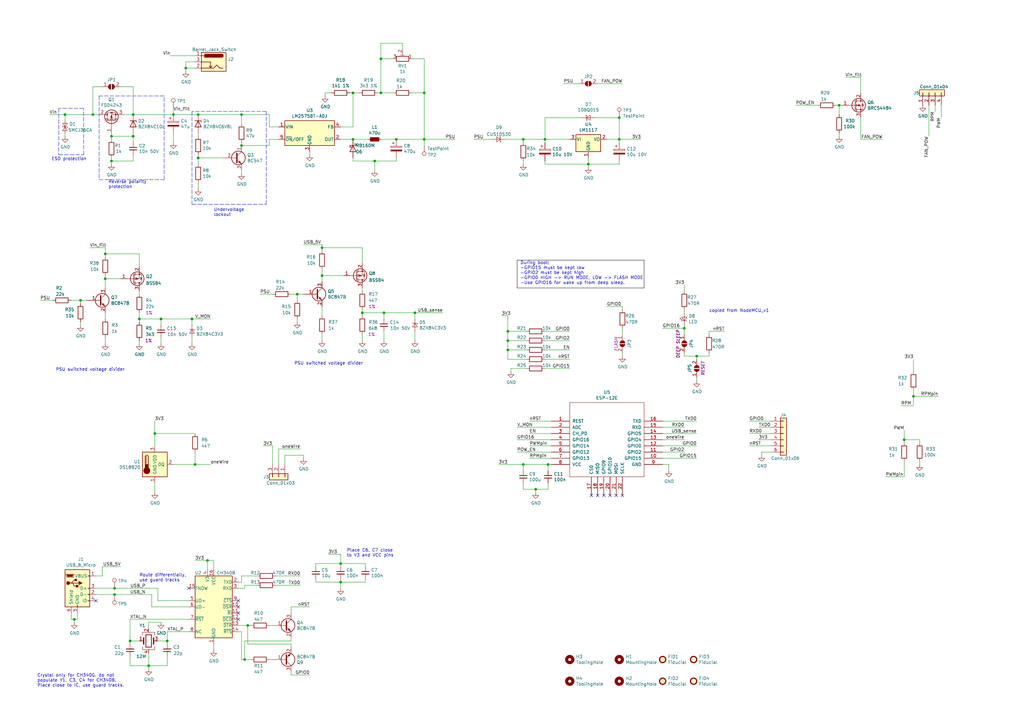
<source format=kicad_sch>
(kicad_sch (version 20211123) (generator eeschema)
  (paper "A3")
  (junction (at 43.18 114.3))
  (junction (at 38.1 46.99))
  (junction (at 46.99 243.84))
  (junction (at 173.99 38.1))
  (junction (at 101.6 256.54))
  (junction (at 144.78 57.15))
  (junction (at 162.56 57.15))
  (junction (at 285.75 146.05))
  (junction (at 156.21 24.13))
  (junction (at 208.28 143.51))
  (junction (at 139.7 238.76))
  (junction (at 45.72 66.04))
  (junction (at 208.28 135.89))
  (junction (at 214.63 190.5))
  (junction (at 80.01 190.5))
  (junction (at 139.7 231.14))
  (junction (at 153.67 66.04))
  (junction (at 63.5 177.8))
  (junction (at 374.65 162.56))
  (junction (at 85.09 229.87))
  (junction (at 208.28 139.7))
  (junction (at 173.99 57.15))
  (junction (at 156.21 38.1))
  (junction (at 219.71 200.66))
  (junction (at 66.04 130.81))
  (junction (at 43.18 104.14))
  (junction (at 100.33 270.51))
  (junction (at 148.59 128.27))
  (junction (at 54.61 55.88))
  (junction (at 132.08 113.03))
  (junction (at 144.78 38.1))
  (junction (at 26.67 46.99))
  (junction (at 170.18 128.27))
  (junction (at 344.17 43.18))
  (junction (at 254 57.15))
  (junction (at 214.63 57.15))
  (junction (at 132.08 101.6))
  (junction (at 121.92 120.65))
  (junction (at 30.48 254))
  (junction (at 60.96 273.05))
  (junction (at 280.67 134.62))
  (junction (at 71.12 46.99))
  (junction (at 99.06 59.69))
  (junction (at 46.99 241.3))
  (junction (at 157.48 128.27))
  (junction (at 57.15 130.81))
  (junction (at 54.61 46.99))
  (junction (at 81.28 46.99))
  (junction (at 78.74 130.81))
  (junction (at 76.2 27.94))
  (junction (at 370.84 180.34))
  (junction (at 241.3 67.31))
  (junction (at 99.06 46.99))
  (junction (at 223.52 57.15))
  (junction (at 68.58 262.89))
  (junction (at 45.72 55.88))
  (junction (at 254 48.26))
  (junction (at 53.34 262.89))
  (junction (at 224.79 190.5))
  (junction (at 81.28 64.77))
  (junction (at 33.02 123.19))
  (no_connect (at 252.73 203.2))
  (no_connect (at 247.65 203.2))
  (no_connect (at 97.79 251.46))
  (no_connect (at 242.57 203.2))
  (no_connect (at 255.27 203.2))
  (no_connect (at 97.79 248.92))
  (no_connect (at 97.79 246.38))
  (no_connect (at 245.11 203.2))
  (no_connect (at 77.47 241.3))
  (no_connect (at 250.19 203.2))
  (no_connect (at 39.37 246.38))
  (no_connect (at 97.79 254))
  (wire (pts (xy 80.01 27.94) (xy 76.2 27.94)))
  (wire (pts (xy 119.38 276.86) (xy 127 276.86)))
  (wire (pts (xy 46.99 241.3) (xy 64.77 241.3)))
  (wire (pts (xy 64.77 262.89) (xy 68.58 262.89)))
  (wire (pts (xy 148.59 128.27) (xy 157.48 128.27)))
  (wire (pts (xy 143.51 38.1) (xy 144.78 38.1)))
  (wire (pts (xy 116.84 190.5) (xy 116.84 186.69)))
  (wire (pts (xy 326.39 43.18) (xy 335.28 43.18)))
  (wire (pts (xy 280.67 137.16) (xy 280.67 134.62)))
  (wire (pts (xy 54.61 54.61) (xy 54.61 55.88)))
  (wire (pts (xy 208.28 135.89) (xy 208.28 139.7)))
  (wire (pts (xy 271.78 172.72) (xy 285.75 172.72)))
  (wire (pts (xy 226.06 187.96) (xy 217.17 187.96)))
  (wire (pts (xy 119.38 261.62) (xy 119.38 262.89)))
  (polyline (pts (xy 67.31 39.37) (xy 40.64 39.37)))
  (polyline (pts (xy 78.74 83.82) (xy 109.22 83.82)))
  (wire (pts (xy 31.75 254) (xy 30.48 254)))
  (wire (pts (xy 81.28 63.5) (xy 81.28 64.77)))
  (wire (pts (xy 173.99 57.15) (xy 173.99 38.1)))
  (wire (pts (xy 119.38 265.43) (xy 119.38 264.16)))
  (wire (pts (xy 114.3 190.5) (xy 114.3 184.15)))
  (wire (pts (xy 290.83 137.16) (xy 290.83 135.89)))
  (wire (pts (xy 290.83 146.05) (xy 285.75 146.05)))
  (wire (pts (xy 226.06 185.42) (xy 212.09 185.42)))
  (wire (pts (xy 345.44 43.18) (xy 344.17 43.18)))
  (wire (pts (xy 110.49 52.07) (xy 110.49 46.99)))
  (wire (pts (xy 43.18 114.3) (xy 43.18 118.11)))
  (wire (pts (xy 157.48 128.27) (xy 157.48 130.81)))
  (wire (pts (xy 54.61 55.88) (xy 45.72 55.88)))
  (wire (pts (xy 157.48 135.89) (xy 157.48 139.7)))
  (wire (pts (xy 226.06 180.34) (xy 212.09 180.34)))
  (wire (pts (xy 285.75 147.32) (xy 285.75 146.05)))
  (wire (pts (xy 223.52 139.7) (xy 233.68 139.7)))
  (wire (pts (xy 45.72 54.61) (xy 45.72 55.88)))
  (wire (pts (xy 255.27 134.62) (xy 255.27 137.16)))
  (wire (pts (xy 157.48 128.27) (xy 170.18 128.27)))
  (wire (pts (xy 43.18 113.03) (xy 43.18 114.3)))
  (wire (pts (xy 162.56 57.15) (xy 173.99 57.15)))
  (wire (pts (xy 254 57.15) (xy 262.89 57.15)))
  (wire (pts (xy 224.79 190.5) (xy 214.63 190.5)))
  (polyline (pts (xy 34.29 44.45) (xy 24.13 44.45)))
  (wire (pts (xy 254 48.26) (xy 243.84 48.26)))
  (wire (pts (xy 30.48 255.27) (xy 30.48 254)))
  (wire (pts (xy 237.49 34.29) (xy 231.14 34.29)))
  (wire (pts (xy 97.79 259.08) (xy 99.06 259.08)))
  (wire (pts (xy 50.8 46.99) (xy 54.61 46.99)))
  (wire (pts (xy 110.49 52.07) (xy 114.3 52.07)))
  (wire (pts (xy 80.01 190.5) (xy 80.01 185.42)))
  (wire (pts (xy 110.49 57.15) (xy 110.49 59.69)))
  (wire (pts (xy 369.57 166.37) (xy 374.65 166.37)))
  (wire (pts (xy 132.08 110.49) (xy 132.08 113.03)))
  (wire (pts (xy 29.21 123.19) (xy 33.02 123.19)))
  (wire (pts (xy 119.38 262.89) (xy 100.33 262.89)))
  (wire (pts (xy 54.61 63.5) (xy 54.61 66.04)))
  (wire (pts (xy 149.86 238.76) (xy 149.86 237.49)))
  (wire (pts (xy 344.17 46.99) (xy 344.17 43.18)))
  (wire (pts (xy 129.54 237.49) (xy 129.54 238.76)))
  (wire (pts (xy 38.1 46.99) (xy 38.1 35.56)))
  (wire (pts (xy 209.55 151.13) (xy 215.9 151.13)))
  (wire (pts (xy 214.63 57.15) (xy 223.52 57.15)))
  (wire (pts (xy 39.37 243.84) (xy 46.99 243.84)))
  (wire (pts (xy 124.46 186.69) (xy 124.46 187.96)))
  (wire (pts (xy 129.54 231.14) (xy 139.7 231.14)))
  (wire (pts (xy 129.54 238.76) (xy 139.7 238.76)))
  (wire (pts (xy 101.6 264.16) (xy 101.6 256.54)))
  (wire (pts (xy 144.78 64.77) (xy 144.78 66.04)))
  (wire (pts (xy 219.71 201.93) (xy 219.71 200.66)))
  (wire (pts (xy 110.49 57.15) (xy 114.3 57.15)))
  (wire (pts (xy 57.15 130.81) (xy 57.15 132.08)))
  (wire (pts (xy 374.65 162.56) (xy 384.81 162.56)))
  (wire (pts (xy 63.5 182.88) (xy 63.5 177.8)))
  (wire (pts (xy 101.6 256.54) (xy 102.87 256.54)))
  (wire (pts (xy 274.32 190.5) (xy 271.78 190.5)))
  (wire (pts (xy 62.23 248.92) (xy 62.23 243.84)))
  (wire (pts (xy 219.71 200.66) (xy 214.63 200.66)))
  (wire (pts (xy 71.12 190.5) (xy 80.01 190.5)))
  (wire (pts (xy 49.53 35.56) (xy 54.61 35.56)))
  (wire (pts (xy 43.18 114.3) (xy 49.53 114.3)))
  (wire (pts (xy 100.33 241.3) (xy 97.79 241.3)))
  (wire (pts (xy 139.7 57.15) (xy 144.78 57.15)))
  (wire (pts (xy 97.79 238.76) (xy 99.06 238.76)))
  (wire (pts (xy 68.58 262.89) (xy 68.58 264.16)))
  (wire (pts (xy 271.78 182.88) (xy 285.75 182.88)))
  (wire (pts (xy 173.99 57.15) (xy 186.69 57.15)))
  (wire (pts (xy 21.59 123.19) (xy 16.51 123.19)))
  (wire (pts (xy 111.76 182.88) (xy 107.95 182.88)))
  (wire (pts (xy 149.86 231.14) (xy 139.7 231.14)))
  (wire (pts (xy 127 62.23) (xy 127 63.5)))
  (wire (pts (xy 64.77 246.38) (xy 77.47 246.38)))
  (wire (pts (xy 116.84 186.69) (xy 124.46 186.69)))
  (wire (pts (xy 208.28 139.7) (xy 215.9 139.7)))
  (wire (pts (xy 26.67 55.88) (xy 26.67 54.61)))
  (wire (pts (xy 194.31 57.15) (xy 201.93 57.15)))
  (wire (pts (xy 78.74 138.43) (xy 78.74 140.97)))
  (wire (pts (xy 377.19 190.5) (xy 377.19 189.23)))
  (wire (pts (xy 254 67.31) (xy 254 66.04)))
  (wire (pts (xy 132.08 101.6) (xy 148.59 101.6)))
  (wire (pts (xy 80.01 25.4) (xy 76.2 25.4)))
  (wire (pts (xy 60.96 273.05) (xy 68.58 273.05)))
  (wire (pts (xy 132.08 113.03) (xy 140.97 113.03)))
  (wire (pts (xy 110.49 270.51) (xy 111.76 270.51)))
  (wire (pts (xy 81.28 55.88) (xy 81.28 54.61)))
  (wire (pts (xy 374.65 160.02) (xy 374.65 162.56)))
  (wire (pts (xy 226.06 190.5) (xy 224.79 190.5)))
  (wire (pts (xy 370.84 189.23) (xy 370.84 195.58)))
  (wire (pts (xy 100.33 240.03) (xy 100.33 241.3)))
  (wire (pts (xy 57.15 130.81) (xy 66.04 130.81)))
  (wire (pts (xy 316.23 180.34) (xy 311.15 180.34)))
  (wire (pts (xy 119.38 264.16) (xy 101.6 264.16)))
  (wire (pts (xy 344.17 43.18) (xy 342.9 43.18)))
  (wire (pts (xy 170.18 128.27) (xy 181.61 128.27)))
  (wire (pts (xy 81.28 67.31) (xy 81.28 64.77)))
  (polyline (pts (xy 24.13 63.5) (xy 34.29 63.5)))
  (wire (pts (xy 100.33 270.51) (xy 102.87 270.51)))
  (wire (pts (xy 165.1 20.32) (xy 165.1 17.78)))
  (wire (pts (xy 38.1 35.56) (xy 41.91 35.56)))
  (wire (pts (xy 99.06 58.42) (xy 99.06 59.69)))
  (wire (pts (xy 370.84 195.58) (xy 363.22 195.58)))
  (wire (pts (xy 81.28 77.47) (xy 81.28 74.93)))
  (wire (pts (xy 205.74 129.54) (xy 208.28 129.54)))
  (wire (pts (xy 226.06 182.88) (xy 217.17 182.88)))
  (wire (pts (xy 85.09 229.87) (xy 80.01 229.87)))
  (wire (pts (xy 33.02 124.46) (xy 33.02 123.19)))
  (wire (pts (xy 43.18 104.14) (xy 57.15 104.14)))
  (wire (pts (xy 121.92 132.08) (xy 121.92 130.81)))
  (wire (pts (xy 139.7 227.33) (xy 134.62 227.33)))
  (wire (pts (xy 208.28 143.51) (xy 215.9 143.51)))
  (wire (pts (xy 78.74 130.81) (xy 78.74 133.35)))
  (wire (pts (xy 99.06 238.76) (xy 99.06 236.22)))
  (wire (pts (xy 110.49 59.69) (xy 99.06 59.69)))
  (wire (pts (xy 148.59 128.27) (xy 148.59 129.54)))
  (polyline (pts (xy 264.16 118.11) (xy 212.09 118.11)) (stroke (width 0) (type solid) (color 0 0 0 1)))
  (wire (pts (xy 87.63 266.7) (xy 87.63 264.16)))
  (wire (pts (xy 156.21 24.13) (xy 156.21 38.1)))
  (wire (pts (xy 316.23 182.88) (xy 307.34 182.88)))
  (wire (pts (xy 139.7 238.76) (xy 139.7 241.3)))
  (wire (pts (xy 85.09 233.68) (xy 85.09 229.87)))
  (wire (pts (xy 139.7 238.76) (xy 149.86 238.76)))
  (wire (pts (xy 241.3 67.31) (xy 254 67.31)))
  (wire (pts (xy 38.1 46.99) (xy 40.64 46.99)))
  (wire (pts (xy 39.37 241.3) (xy 46.99 241.3)))
  (wire (pts (xy 66.04 130.81) (xy 78.74 130.81)))
  (wire (pts (xy 274.32 193.04) (xy 274.32 190.5)))
  (wire (pts (xy 353.06 57.15) (xy 361.95 57.15)))
  (wire (pts (xy 217.17 172.72) (xy 226.06 172.72)))
  (wire (pts (xy 26.67 46.99) (xy 38.1 46.99)))
  (wire (pts (xy 110.49 46.99) (xy 99.06 46.99)))
  (wire (pts (xy 121.92 123.19) (xy 121.92 120.65)))
  (wire (pts (xy 370.84 180.34) (xy 370.84 181.61)))
  (wire (pts (xy 241.3 67.31) (xy 241.3 64.77)))
  (wire (pts (xy 121.92 120.65) (xy 124.46 120.65)))
  (wire (pts (xy 132.08 125.73) (xy 132.08 129.54)))
  (wire (pts (xy 170.18 128.27) (xy 170.18 130.81)))
  (wire (pts (xy 36.83 101.6) (xy 43.18 101.6)))
  (wire (pts (xy 144.78 57.15) (xy 151.13 57.15)))
  (wire (pts (xy 133.35 38.1) (xy 135.89 38.1)))
  (wire (pts (xy 154.94 38.1) (xy 156.21 38.1)))
  (wire (pts (xy 223.52 151.13) (xy 233.68 151.13)))
  (wire (pts (xy 144.78 52.07) (xy 144.78 38.1)))
  (wire (pts (xy 139.7 238.76) (xy 139.7 237.49)))
  (wire (pts (xy 208.28 147.32) (xy 215.9 147.32)))
  (wire (pts (xy 214.63 193.04) (xy 214.63 190.5)))
  (wire (pts (xy 161.29 24.13) (xy 156.21 24.13)))
  (wire (pts (xy 53.34 254) (xy 77.47 254)))
  (wire (pts (xy 53.34 254) (xy 53.34 262.89)))
  (polyline (pts (xy 264.16 106.68) (xy 264.16 118.11)) (stroke (width 0) (type solid) (color 0 0 0 1)))
  (wire (pts (xy 208.28 135.89) (xy 215.9 135.89)))
  (wire (pts (xy 68.58 273.05) (xy 68.58 269.24)))
  (wire (pts (xy 57.15 119.38) (xy 57.15 120.65)))
  (wire (pts (xy 223.52 143.51) (xy 233.68 143.51)))
  (wire (pts (xy 223.52 48.26) (xy 223.52 57.15)))
  (wire (pts (xy 353.06 48.26) (xy 353.06 57.15)))
  (wire (pts (xy 223.52 57.15) (xy 233.68 57.15)))
  (wire (pts (xy 280.67 134.62) (xy 280.67 133.35)))
  (wire (pts (xy 63.5 172.72) (xy 63.5 177.8)))
  (wire (pts (xy 43.18 104.14) (xy 43.18 105.41)))
  (wire (pts (xy 54.61 46.99) (xy 71.12 46.99)))
  (wire (pts (xy 26.67 46.99) (xy 20.32 46.99)))
  (wire (pts (xy 255.27 144.78) (xy 255.27 146.05)))
  (wire (pts (xy 45.72 64.77) (xy 45.72 66.04)))
  (wire (pts (xy 57.15 109.22) (xy 57.15 104.14)))
  (wire (pts (xy 248.92 57.15) (xy 254 57.15)))
  (wire (pts (xy 156.21 17.78) (xy 156.21 24.13)))
  (wire (pts (xy 41.91 236.22) (xy 41.91 232.41)))
  (wire (pts (xy 80.01 177.8) (xy 63.5 177.8)))
  (wire (pts (xy 87.63 229.87) (xy 85.09 229.87)))
  (wire (pts (xy 60.96 267.97) (xy 60.96 273.05)))
  (wire (pts (xy 383.54 43.18) (xy 383.54 45.72)))
  (wire (pts (xy 148.59 137.16) (xy 148.59 139.7)))
  (wire (pts (xy 71.12 46.99) (xy 81.28 46.99)))
  (wire (pts (xy 374.65 147.32) (xy 374.65 152.4)))
  (wire (pts (xy 316.23 177.8) (xy 307.34 177.8)))
  (wire (pts (xy 64.77 241.3) (xy 64.77 246.38)))
  (wire (pts (xy 168.91 38.1) (xy 173.99 38.1)))
  (wire (pts (xy 77.47 248.92) (xy 62.23 248.92)))
  (wire (pts (xy 76.2 25.4) (xy 76.2 27.94)))
  (wire (pts (xy 31.75 251.46) (xy 31.75 254)))
  (wire (pts (xy 57.15 139.7) (xy 57.15 140.97)))
  (wire (pts (xy 99.06 71.12) (xy 99.06 69.85)))
  (wire (pts (xy 173.99 57.15) (xy 173.99 59.69)))
  (wire (pts (xy 223.52 66.04) (xy 223.52 67.31)))
  (wire (pts (xy 113.03 240.03) (xy 123.19 240.03)))
  (wire (pts (xy 33.02 123.19) (xy 35.56 123.19)))
  (wire (pts (xy 238.76 48.26) (xy 223.52 48.26)))
  (wire (pts (xy 100.33 240.03) (xy 105.41 240.03)))
  (wire (pts (xy 156.21 38.1) (xy 161.29 38.1)))
  (wire (pts (xy 54.61 66.04) (xy 45.72 66.04)))
  (wire (pts (xy 170.18 135.89) (xy 170.18 139.7)))
  (wire (pts (xy 316.23 185.42) (xy 312.42 185.42)))
  (polyline (pts (xy 24.13 44.45) (xy 24.13 63.5)))
  (wire (pts (xy 285.75 156.21) (xy 285.75 154.94)))
  (wire (pts (xy 271.78 175.26) (xy 280.67 175.26)))
  (wire (pts (xy 223.52 135.89) (xy 233.68 135.89)))
  (wire (pts (xy 99.06 270.51) (xy 100.33 270.51)))
  (wire (pts (xy 113.03 236.22) (xy 123.19 236.22)))
  (wire (pts (xy 224.79 200.66) (xy 224.79 198.12)))
  (wire (pts (xy 43.18 101.6) (xy 43.18 104.14)))
  (wire (pts (xy 280.67 134.62) (xy 271.78 134.62)))
  (wire (pts (xy 53.34 262.89) (xy 53.34 264.16)))
  (wire (pts (xy 100.33 262.89) (xy 100.33 270.51)))
  (wire (pts (xy 254 57.15) (xy 254 48.26)))
  (wire (pts (xy 165.1 17.78) (xy 156.21 17.78)))
  (wire (pts (xy 153.67 69.85) (xy 153.67 66.04)))
  (wire (pts (xy 60.96 274.32) (xy 60.96 273.05)))
  (wire (pts (xy 226.06 175.26) (xy 212.09 175.26)))
  (wire (pts (xy 208.28 143.51) (xy 208.28 147.32)))
  (wire (pts (xy 54.61 35.56) (xy 54.61 46.99)))
  (wire (pts (xy 285.75 146.05) (xy 280.67 146.05)))
  (wire (pts (xy 26.67 49.53) (xy 26.67 46.99)))
  (wire (pts (xy 119.38 120.65) (xy 121.92 120.65)))
  (wire (pts (xy 316.23 175.26) (xy 311.15 175.26)))
  (wire (pts (xy 110.49 256.54) (xy 111.76 256.54)))
  (polyline (pts (xy 34.29 63.5) (xy 34.29 44.45)))
  (wire (pts (xy 54.61 55.88) (xy 54.61 58.42)))
  (wire (pts (xy 139.7 227.33) (xy 139.7 231.14)))
  (wire (pts (xy 144.78 66.04) (xy 153.67 66.04)))
  (wire (pts (xy 68.58 259.08) (xy 77.47 259.08)))
  (wire (pts (xy 370.84 176.53) (xy 370.84 180.34)))
  (wire (pts (xy 132.08 101.6) (xy 132.08 100.33)))
  (wire (pts (xy 377.19 180.34) (xy 370.84 180.34)))
  (wire (pts (xy 271.78 185.42) (xy 280.67 185.42)))
  (wire (pts (xy 119.38 275.59) (xy 119.38 276.86)))
  (polyline (pts (xy 212.09 118.11) (xy 212.09 106.68)) (stroke (width 0) (type solid) (color 0 0 0 1)))
  (wire (pts (xy 66.04 138.43) (xy 66.04 140.97)))
  (wire (pts (xy 214.63 200.66) (xy 214.63 198.12)))
  (wire (pts (xy 81.28 46.99) (xy 99.06 46.99)))
  (polyline (pts (xy 212.09 106.68) (xy 264.16 106.68)) (stroke (width 0) (type solid) (color 0 0 0 1)))
  (wire (pts (xy 43.18 138.43) (xy 43.18 140.97)))
  (wire (pts (xy 214.63 190.5) (xy 204.47 190.5)))
  (polyline (pts (xy 109.22 83.82) (xy 109.22 45.72)))
  (wire (pts (xy 377.19 181.61) (xy 377.19 180.34)))
  (wire (pts (xy 87.63 233.68) (xy 87.63 229.87)))
  (wire (pts (xy 241.3 68.58) (xy 241.3 67.31)))
  (wire (pts (xy 124.46 100.33) (xy 132.08 100.33)))
  (wire (pts (xy 280.67 128.27) (xy 280.67 127)))
  (wire (pts (xy 41.91 232.41) (xy 49.53 232.41)))
  (wire (pts (xy 316.23 172.72) (xy 307.34 172.72)))
  (polyline (pts (xy 40.64 73.66) (xy 67.31 73.66)))
  (wire (pts (xy 386.08 43.18) (xy 386.08 48.26)))
  (wire (pts (xy 223.52 147.32) (xy 233.68 147.32)))
  (wire (pts (xy 60.96 255.27) (xy 66.04 255.27)))
  (wire (pts (xy 111.76 190.5) (xy 111.76 182.88)))
  (wire (pts (xy 111.76 120.65) (xy 106.68 120.65)))
  (wire (pts (xy 214.63 66.04) (xy 214.63 67.31)))
  (wire (pts (xy 132.08 102.87) (xy 132.08 101.6)))
  (wire (pts (xy 156.21 57.15) (xy 162.56 57.15)))
  (wire (pts (xy 99.06 236.22) (xy 105.41 236.22)))
  (wire (pts (xy 57.15 128.27) (xy 57.15 130.81)))
  (wire (pts (xy 114.3 184.15) (xy 123.19 184.15)))
  (wire (pts (xy 223.52 58.42) (xy 223.52 57.15)))
  (polyline (pts (xy 78.74 45.72) (xy 78.74 83.82)))
  (wire (pts (xy 139.7 52.07) (xy 144.78 52.07)))
  (wire (pts (xy 43.18 128.27) (xy 43.18 130.81)))
  (wire (pts (xy 80.01 22.86) (xy 69.85 22.86)))
  (wire (pts (xy 30.48 254) (xy 29.21 254)))
  (polyline (pts (xy 109.22 45.72) (xy 78.74 45.72)))
  (wire (pts (xy 132.08 113.03) (xy 132.08 115.57)))
  (wire (pts (xy 290.83 144.78) (xy 290.83 146.05)))
  (wire (pts (xy 224.79 193.04) (xy 224.79 190.5)))
  (wire (pts (xy 280.67 119.38) (xy 280.67 116.84)))
  (wire (pts (xy 80.01 190.5) (xy 86.36 190.5)))
  (wire (pts (xy 223.52 67.31) (xy 241.3 67.31)))
  (wire (pts (xy 148.59 118.11) (xy 148.59 119.38)))
  (wire (pts (xy 149.86 232.41) (xy 149.86 231.14)))
  (wire (pts (xy 76.2 27.94) (xy 76.2 29.21)))
  (wire (pts (xy 353.06 31.75) (xy 346.71 31.75)))
  (wire (pts (xy 71.12 46.99) (xy 71.12 44.45)))
  (wire (pts (xy 208.28 129.54) (xy 208.28 135.89)))
  (wire (pts (xy 209.55 152.4) (xy 209.55 151.13)))
  (wire (pts (xy 139.7 232.41) (xy 139.7 231.14)))
  (wire (pts (xy 68.58 259.08) (xy 68.58 262.89)))
  (wire (pts (xy 53.34 273.05) (xy 60.96 273.05)))
  (wire (pts (xy 63.5 201.93) (xy 63.5 198.12)))
  (wire (pts (xy 255.27 127) (xy 255.27 125.73)))
  (wire (pts (xy 71.12 58.42) (xy 71.12 54.61)))
  (wire (pts (xy 60.96 257.81) (xy 60.96 255.27)))
  (wire (pts (xy 214.63 58.42) (xy 214.63 57.15)))
  (wire (pts (xy 45.72 67.31) (xy 45.72 66.04)))
  (wire (pts (xy 144.78 38.1) (xy 147.32 38.1)))
  (wire (pts (xy 208.28 139.7) (xy 208.28 143.51)))
  (wire (pts (xy 119.38 248.92) (xy 127 248.92)))
  (wire (pts (xy 66.04 130.81) (xy 66.04 133.35)))
  (wire (pts (xy 173.99 24.13) (xy 173.99 38.1)))
  (wire (pts (xy 99.06 259.08) (xy 99.06 270.51)))
  (wire (pts (xy 91.44 64.77) (xy 81.28 64.77)))
  (wire (pts (xy 97.79 256.54) (xy 101.6 256.54)))
  (wire (pts (xy 374.65 162.56) (xy 374.65 166.37)))
  (wire (pts (xy 46.99 243.84) (xy 62.23 243.84)))
  (wire (pts (xy 280.67 146.05) (xy 280.67 144.78)))
  (wire (pts (xy 119.38 251.46) (xy 119.38 248.92)))
  (polyline (pts (xy 67.31 73.66) (xy 67.31 39.37)))
  (wire (pts (xy 29.21 254) (xy 29.21 251.46)))
  (wire (pts (xy 312.42 185.42) (xy 312.42 186.69)))
  (wire (pts (xy 245.11 34.29) (xy 255.27 34.29)))
  (wire (pts (xy 33.02 132.08) (xy 33.02 133.35)))
  (wire (pts (xy 226.06 177.8) (xy 217.17 177.8)))
  (wire (pts (xy 148.59 127) (xy 148.59 128.27)))
  (wire (pts (xy 271.78 187.96) (xy 285.75 187.96)))
  (wire (pts (xy 271.78 177.8) (xy 285.75 177.8)))
  (wire (pts (xy 39.37 236.22) (xy 41.91 236.22)))
  (wire (pts (xy 290.83 135.89) (xy 297.18 135.89)))
  (wire (pts (xy 254 58.42) (xy 254 57.15)))
  (wire (pts (xy 381 43.18) (xy 381 55.88)))
  (wire (pts (xy 133.35 39.37) (xy 133.35 38.1)))
  (wire (pts (xy 78.74 130.81) (xy 86.36 130.81)))
  (wire (pts (xy 168.91 24.13) (xy 173.99 24.13)))
  (wire (pts (xy 255.27 125.73) (xy 248.92 125.73)))
  (wire (pts (xy 353.06 38.1) (xy 353.06 31.75)))
  (wire (pts (xy 45.72 55.88) (xy 45.72 57.15)))
  (wire (pts (xy 129.54 232.41) (xy 129.54 231.14)))
  (wire (pts (xy 207.01 57.15) (xy 214.63 57.15)))
  (polyline (pts (xy 40.64 39.37) (xy 40.64 73.66)))
  (wire (pts (xy 224.79 200.66) (xy 219.71 200.66)))
  (wire (pts (xy 57.15 262.89) (xy 53.34 262.89)))
  (wire (pts (xy 99.06 46.99) (xy 99.06 50.8)))
  (wire (pts (xy 162.56 66.04) (xy 162.56 64.77)))
  (wire (pts (xy 344.17 55.88) (xy 344.17 54.61)))
  (wire (pts (xy 53.34 273.05) (xy 53.34 269.24)))
  (wire (pts (xy 153.67 66.04) (xy 162.56 66.04)))
  (wire (pts (xy 148.59 107.95) (xy 148.59 101.6)))
  (wire (pts (xy 132.08 137.16) (xy 132.08 139.7)))
  (wire (pts (xy 271.78 180.34) (xy 280.67 180.34)))
  (text "PSU switched voltage divider" (at 22.86 152.4 0) (effects (font (size 1.27 1.27)) (justify left bottom)))
  (text "ESD protection" (at 35.56 66.04 180) (effects (font (size 1.27 1.27)) (justify right bottom)))
  (text "PSU switched voltage divider" (at 120.65 149.86 0) (effects (font (size 1.27 1.27)) (justify left bottom)))
  (text "Undervoltage\nlockout" (at 87.63 88.9 0) (effects (font (size 1.27 1.27)) (justify left bottom)))
  (text "Place C6, C7 close\nto V3 and VCC pins" (at 142.24 228.6 0) (effects (font (size 1.27 1.27)) (justify left bottom)))
  (text "Route differentially,\nuse guard tracks" (at 57.15 238.76 0) (effects (font (size 1.27 1.27)) (justify left bottom)))
  (text "copied from NodeMCU_v1" (at 290.83 128.27 0) (effects (font (size 1.27 1.27)) (justify left bottom)))
  (text "During boot:\n-GPIO15 must be kept low\n-GPIO2 must be kept high\n-GPIO0 HIGH -> RUN MODE, LOW -> FLASH MODE\n-Use GPIO16 for wake up from deep sleep." (at 213.36 116.84 0) (effects (font (size 1.27 1.27)) (justify left bottom)))
  (text "Crystal only for CH340G, do not \npopulate Y1, C3, C4 for CH340B.\nPlace close to IC, use guard tracks." (at 15.24 281.94 0) (effects (font (size 1.27 1.27)) (justify left bottom)))
  (text "Reverse polarity\nprotection" (at 44.45 77.47 0) (effects (font (size 1.27 1.27)) (justify left bottom)))
  (label "GPIO2" (at 280.67 185.42 180))
  (label "EN" (at 217.17 177.8 0))
  (label "GPIO16" (at 212.09 180.34 0))
  (label "GPIO0" (at 248.92 125.73 0))
  (label "USB_sense" (at 181.61 128.27 180))
  (label "USB_5V" (at 124.46 100.33 0))
  (label "nRST" (at 307.34 182.88 0))
  (label "POW_EN" (at 326.39 43.18 0))
  (label "RPMpin" (at 384.81 162.56 180))
  (label "nRST" (at 217.17 172.72 0))
  (label "3V3" (at 374.65 147.32 180))
  (label "Vin_filt" (at 346.71 31.75 0))
  (label "3V3" (at 311.15 180.34 0))
  (label "oneWire" (at 123.19 184.15 180))
  (label "Vin" (at 69.85 22.86 180))
  (label "Vin_filt" (at 71.12 45.72 0))
  (label "RXD0" (at 307.34 177.8 0))
  (label "3V3" (at 134.62 227.33 0))
  (label "RXD0" (at 123.19 236.22 180))
  (label "GPIO0" (at 307.34 172.72 0))
  (label "PSU" (at 106.68 120.65 0))
  (label "USB_P" (at 59.69 241.3 180))
  (label "PSU" (at 194.31 57.15 0))
  (label "PWM" (at 386.08 48.26 270))
  (label "3V3" (at 107.95 182.88 0))
  (label "RPM" (at 369.57 166.37 0))
  (label "3V3" (at 63.5 172.72 0))
  (label "GPIO0" (at 285.75 182.88 180))
  (label "nRST" (at 297.18 135.89 180))
  (label "Vin_filt" (at 36.83 101.6 0))
  (label "USB_N" (at 59.69 243.84 180))
  (label "PWMpin" (at 363.22 195.58 0))
  (label "GPIO0" (at 127 276.86 180))
  (label "RPMpin" (at 217.17 187.96 0))
  (label "PSU" (at 16.51 123.19 0))
  (label "GPIO2" (at 233.68 139.7 180))
  (label "3V3" (at 262.89 57.15 180))
  (label "Vin" (at 20.32 46.99 0))
  (label "V_MON" (at 86.36 130.81 180))
  (label "3V3" (at 280.67 116.84 180))
  (label "TXD0" (at 311.15 175.26 0))
  (label "RXD0" (at 280.67 175.26 180))
  (label "PWM" (at 370.84 176.53 180))
  (label "XTAL_N" (at 53.34 254 0))
  (label "V_MON" (at 212.09 175.26 0))
  (label "3V3" (at 205.74 129.54 0))
  (label "GPIO15" (at 285.75 187.96 180))
  (label "PSU" (at 186.69 57.15 180))
  (label "oneWire" (at 280.67 180.34 180))
  (label "GPIO16" (at 271.78 134.62 0))
  (label "3V3" (at 80.01 229.87 0))
  (label "TXD0" (at 285.75 172.72 180))
  (label "RPM" (at 383.54 45.72 270))
  (label "EN" (at 233.68 143.51 180))
  (label "GPIO15" (at 233.68 151.13 180))
  (label "TXD0" (at 123.19 240.03 180))
  (label "XTAL_P" (at 68.58 259.08 0))
  (label "PWMpin" (at 217.17 182.88 0))
  (label "GPIO0" (at 233.68 135.89 180))
  (label "USB_5V" (at 49.53 232.41 180))
  (label "FAN_POW" (at 361.95 57.15 180))
  (label "nRST" (at 233.68 147.32 180))
  (label "FAN_POW" (at 381 55.88 270))
  (label "3V3" (at 204.47 190.5 0))
  (label "POW_EN" (at 212.09 185.42 0))
  (label "oneWire" (at 86.36 190.5 0))
  (label "USB_sense" (at 285.75 177.8 180))
  (label "nRST" (at 127 248.92 180))
  (label "FAN_POW" (at 255.27 34.29 180))
  (label "PSU" (at 231.14 34.29 0))
  (symbol (lib_id "Sensor_Temperature:DS18B20") (at 63.5 190.5 0) (unit 1) (in_bom no)
    (property "Reference" "U1" (at 57.658 189.3316 0) (effects (justify right)))
    (property "Value" "DS18B20" (at 57.658 191.643 0) (effects (justify right)))
    (property "Footprint" "Package_TO_SOT_THT:TO-92_Inline_Wide" (effects hide))
    (property "Datasheet" "https://datasheet.lcsc.com/lcsc/1810111812_Maxim-Integrated-DS18B20-_C9753.pdf" (effects hide))
    (property "Manufacturer" "Maxim Integrated" (effects hide))
    (property "MPN" "DS18B20+" (effects hide))
    (property "LCSC" "C9753" (effects hide))
    (property "Supplier" "LCSC" (effects hide))
  )
  (symbol (lib_id "power:GND") (at 63.5 201.93 0) (unit 1)
    (property "Reference" "#PWR06" (effects hide))
    (property "Value" "GND" (at 63.627 206.3242 0))
  )
  (symbol (lib_id "Device:R") (at 80.01 181.61 0) (unit 1)
    (property "Reference" "R6" (at 82.55 180.34 0) (effects (justify left)))
    (property "Value" "4k7" (at 82.55 182.88 0) (effects (justify left)))
    (property "Footprint" "agro-footprint:RES_0805" (effects hide))
    (property "Datasheet" "https://datasheet.lcsc.com/lcsc/1810161341_YAGEO-RC0805FR-074K7L_C60816.pdf" (effects hide))
    (property "Manufacturer" "Yageo" (effects hide))
    (property "MPN" "RC0805FR-074K7L" (effects hide))
    (property "LCSC" "C60816" (effects hide))
    (property "Supplier" "LCSC" (effects hide))
    (property "RMK" "1%" (effects hide))
  )
  (symbol (lib_id "power:GND") (at 57.15 140.97 0) (unit 1)
    (property "Reference" "#PWR07" (effects hide))
    (property "Value" "GND" (at 57.277 145.3642 0))
  )
  (symbol (lib_id "Connector_Generic:Conn_01x04") (at 381 38.1 90) (unit 1) (in_bom no)
    (property "Reference" "J5" (at 374.65 38.1 90) (effects (justify right)))
    (property "Value" "Conn_01x04" (at 377.19 35.56 90) (effects (justify right)))
    (property "Footprint" "Connector_Molex:Molex_KK-254_AE-6410-04A_1x04_P2.54mm_Vertical" (effects hide))
    (property "Supplier" "NOT FITTED" (effects hide))
  )
  (symbol (lib_id "power:GND") (at 378.46 43.18 0) (unit 1)
    (property "Reference" "#PWR030" (effects hide))
    (property "Value" "GND" (at 378.587 47.5742 0))
  )
  (symbol (lib_id "Regulator_Switching:LM2575BT-ADJ") (at 127 54.61 0) (unit 1)
    (property "Reference" "U3" (at 127 45.2882 0))
    (property "Value" "LM2575BT-ADJ" (at 127 47.5996 0))
    (property "Footprint" "Package_TO_SOT_THT:TO-220-5_Vertical" (effects hide))
    (property "Datasheet" "https://datasheet.lcsc.com/lcsc/1912111437_HGSEMI-LM2575T-ADJ_C434579.pdf" (effects hide))
    (property "Manufacturer" "HGSEMI" (effects hide))
    (property "MPN" "LM2575T-ADJ" (effects hide))
    (property "LCSC" "C434579" (effects hide))
    (property "Supplier" "LCSC" (effects hide))
  )
  (symbol (lib_id "Transistor_BJT:BC547") (at 96.52 64.77 0) (unit 1) (in_bom no)
    (property "Reference" "Q3" (at 101.3714 63.6016 0) (effects (justify left)))
    (property "Value" "BC547" (at 101.3714 65.913 0) (effects (justify left)))
    (property "Footprint" "Package_TO_SOT_THT:TO-92_Inline_Wide" (effects hide))
    (property "Datasheet" "https://datasheet.lcsc.com/lcsc/2008011835_LGE-BC547B_C713613.pdf" (effects hide))
    (property "Manufacturer" "LGE" (effects hide))
    (property "MPN" "BC547B" (effects hide))
    (property "LCSC" "C713613" (effects hide))
    (property "Supplier" "LCSC" (effects hide))
  )
  (symbol (lib_id "Diode:1N5819") (at 144.78 60.96 270) (unit 1)
    (property "Reference" "D6" (at 147.32 62.23 90))
    (property "Value" "RB160M" (at 149.86 59.69 90))
    (property "Footprint" "Diode_SMD:D_SOD-123" (effects hide))
    (property "Datasheet" "https://datasheet.lcsc.com/lcsc/1810131621_ROHM-Semicon-RB160M-40TR_C123003.pdf" (effects hide))
    (property "Manufacturer" "Rohm Semiconductor" (effects hide))
    (property "MPN" "RB160M-40TR" (effects hide))
    (property "LCSC" "C123003" (effects hide))
    (property "Supplier" "LCSC" (effects hide))
  )
  (symbol (lib_id "power:GND") (at 71.12 58.42 0) (unit 1)
    (property "Reference" "#PWR09" (effects hide))
    (property "Value" "GND" (at 71.247 62.8142 0))
  )
  (symbol (lib_id "power:GND") (at 99.06 71.12 0) (unit 1)
    (property "Reference" "#PWR013" (effects hide))
    (property "Value" "GND" (at 99.187 75.5142 0))
  )
  (symbol (lib_id "power:GND") (at 127 63.5 0) (unit 1)
    (property "Reference" "#PWR017" (effects hide))
    (property "Value" "GND" (at 127.127 67.8942 0))
  )
  (symbol (lib_id "Device:R") (at 81.28 59.69 0) (unit 1)
    (property "Reference" "R7" (at 83.058 58.5216 0) (effects (justify left)))
    (property "Value" "10k" (at 83.058 60.833 0) (effects (justify left)))
    (property "Footprint" "agro-footprint:RES_0805" (effects hide))
    (property "Datasheet" "https://datasheet.lcsc.com/lcsc/1810171610_YAGEO-RC0805JR-0710KL_C100047.pdf" (effects hide))
    (property "Manufacturer" "Yageo" (effects hide))
    (property "MPN" "RC0805JR-0710KL" (effects hide))
    (property "LCSC" "C100047" (effects hide))
    (property "Supplier" "LCSC" (effects hide))
  )
  (symbol (lib_id "Device:CP") (at 71.12 50.8 0) (unit 1)
    (property "Reference" "C4" (at 74.1172 49.6316 0) (effects (justify left)))
    (property "Value" "47u" (at 74.1172 51.943 0) (effects (justify left)))
    (property "Footprint" "Capacitor_THT:C_Radial_D6.3mm_H11.0mm_P2.50mm" (effects hide))
    (property "URL" "https://arwill.hu/termekek/passziv-alkatreszek/kondenzatorok/elektrolit-85c-105c/47uf-50v-elektrolit-kondenzator-974067/" (effects hide))
    (property "Supplier" "Árwill" (effects hide))
  )
  (symbol (lib_id "Device:R") (at 139.7 38.1 270) (unit 1)
    (property "Reference" "R18" (at 139.7 32.8422 90))
    (property "Value" "1k1 1%" (at 139.7 35.1536 90))
    (property "Footprint" "agro-footprint:RES_0805" (effects hide))
    (property "Datasheet" "https://datasheet.lcsc.com/lcsc/1810241428_YAGEO-RC0805FR-071K1L_C185294.pdf" (effects hide))
    (property "Manufacturer" "Yageo" (effects hide))
    (property "MPN" "RC0805FR-071K1L" (effects hide))
    (property "LCSC" "C185294" (effects hide))
    (property "Supplier" "LCSC" (effects hide))
  )
  (symbol (lib_id "Device:R") (at 151.13 38.1 270) (unit 1)
    (property "Reference" "R19" (at 151.13 32.8422 90))
    (property "Value" "3k3 1%" (at 151.13 35.1536 90))
    (property "Footprint" "agro-footprint:RES_0805" (effects hide))
    (property "Datasheet" "https://datasheet.lcsc.com/lcsc/1810311430_YAGEO-RC0805FR-073K3L_C114531.pdf" (effects hide))
    (property "Manufacturer" "Yageo" (effects hide))
    (property "MPN" "RC0805FR-073K3L" (effects hide))
    (property "LCSC" "C114531" (effects hide))
    (property "Supplier" "LCSC" (effects hide))
  )
  (symbol (lib_id "Device:R") (at 99.06 54.61 0) (unit 1)
    (property "Reference" "R9" (at 100.838 53.4416 0) (effects (justify left)))
    (property "Value" "47k" (at 100.838 55.753 0) (effects (justify left)))
    (property "Footprint" "agro-footprint:RES_0805" (effects hide))
    (property "Datasheet" "https://datasheet.lcsc.com/lcsc/1810311310_YAGEO-RC0805JR-0747KL_C131051.pdf" (effects hide))
    (property "Manufacturer" "Yageo" (effects hide))
    (property "MPN" "RC0805JR-0747KL" (effects hide))
    (property "LCSC" "C131051" (effects hide))
    (property "Supplier" "LCSC" (effects hide))
  )
  (symbol (lib_id "Device:CP") (at 162.56 60.96 0) (unit 1)
    (property "Reference" "C8" (at 165.5572 59.7916 0) (effects (justify left)))
    (property "Value" "470u" (at 165.5572 62.103 0) (effects (justify left)))
    (property "Footprint" "Capacitor_THT:C_Radial_D8.0mm_H11.5mm_P3.50mm" (effects hide))
    (property "Supplier" "Árwill" (effects hide))
    (property "URL" "https://arwill.hu/termekek/passziv-alkatreszek/kondenzatorok/elektrolit-85c-105c/470uf-16v-elektrolit-kondenzator-229671/" (effects hide))
  )
  (symbol (lib_id "power:GND") (at 153.67 69.85 0) (unit 1)
    (property "Reference" "#PWR020" (effects hide))
    (property "Value" "GND" (at 153.797 74.2442 0))
  )
  (symbol (lib_id "power:GND") (at 133.35 39.37 0) (unit 1)
    (property "Reference" "#PWR018" (effects hide))
    (property "Value" "GND" (at 133.477 43.7642 0))
  )
  (symbol (lib_id "Diode:ZYxxx") (at 81.28 50.8 270) (unit 1)
    (property "Reference" "D4" (at 83.2866 49.6316 90) (effects (justify left)))
    (property "Value" "BZX84C6V8L" (at 83.2866 51.943 90) (effects (justify left)))
    (property "Footprint" "Diode_SMD:D_SOT-23_ANK" (effects hide))
    (property "Datasheet" "https://datasheet.lcsc.com/lcsc/1810301513_onsemi-BZX84C6V8LT1G_C90848.pdf" (effects hide))
    (property "Manufacturer" "onsemi" (effects hide))
    (property "MPN" "BZX84C6V8LT1G" (effects hide))
    (property "LCSC" "C90848" (effects hide))
    (property "Supplier" "LCSC" (effects hide))
  )
  (symbol (lib_id "power:GND") (at 81.28 77.47 0) (unit 1)
    (property "Reference" "#PWR011" (effects hide))
    (property "Value" "GND" (at 81.407 81.8642 0))
  )
  (symbol (lib_id "power:GND") (at 76.2 29.21 0) (unit 1)
    (property "Reference" "#PWR010" (effects hide))
    (property "Value" "GND" (at 76.327 33.6042 0))
  )
  (symbol (lib_id "Transistor_FET:IRF540N") (at 350.52 43.18 0) (unit 1)
    (property "Reference" "Q6" (at 355.7016 42.0116 0) (effects (justify left)))
    (property "Value" "BRCS4484" (at 355.7016 44.323 0) (effects (justify left)))
    (property "Footprint" "fanControl:BRCS4484" (effects hide))
    (property "Datasheet" "https://datasheet.lcsc.com/lcsc/2012021739_Foshan-Blue-Rocket-Elec-BRCS4484SC_C914060.pdf" (effects hide))
    (property "Manufacturer" "Foshan Blue Rocket Elec " (effects hide))
    (property "MPN" "BRCS4484SC" (effects hide))
    (property "LCSC" "C914060" (effects hide))
    (property "Supplier" "LCSC" (effects hide))
  )
  (symbol (lib_id "Device:R") (at 344.17 50.8 0) (unit 1)
    (property "Reference" "R30" (at 346.71 49.53 0) (effects (justify left)))
    (property "Value" "100k" (at 345.948 51.943 0) (effects (justify left)))
    (property "Footprint" "agro-footprint:RES_0805" (effects hide))
    (property "Datasheet" "https://datasheet.lcsc.com/lcsc/1810241513_YAGEO-RC0805JR-07100KL_C100049.pdf" (effects hide))
    (property "Manufacturer" "Yageo" (effects hide))
    (property "MPN" "RC0805JR-07100KL" (effects hide))
    (property "LCSC" "C100049" (effects hide))
    (property "Supplier" "LCSC" (effects hide))
  )
  (symbol (lib_id "power:GND") (at 344.17 55.88 0) (unit 1)
    (property "Reference" "#PWR028" (effects hide))
    (property "Value" "GND" (at 344.297 60.2742 0))
  )
  (symbol (lib_id "Connector:USB_B_Micro") (at 31.75 241.3 0) (unit 1)
    (property "Reference" "J1" (at 33.1978 229.4382 0))
    (property "Value" "USB_B_Micro" (at 33.1978 231.7496 0))
    (property "Footprint" "Connector_USB:USB_Micro-B_Molex-105017-0001" (effects hide))
    (property "Datasheet" "https://datasheet.lcsc.com/lcsc/1811131824_MOLEX-1050170001_C136000.pdf" (effects hide))
    (property "Manufacturer" "Molex" (effects hide))
    (property "MPN" "1050170001" (effects hide))
    (property "LCSC" "C136000" (effects hide))
    (property "Supplier" "LCSC" (effects hide))
  )
  (symbol (lib_id "power:GND") (at 30.48 255.27 0) (unit 1)
    (property "Reference" "#PWR02" (effects hide))
    (property "Value" "GND" (at 30.607 259.6642 0))
  )
  (symbol (lib_id "Jumper:SolderJumper_2_Open") (at 241.3 34.29 0) (unit 1) (in_bom no)
    (property "Reference" "JP2" (at 241.3 31.4198 0))
    (property "Value" "SolderJumper_2_Open" (effects hide))
    (property "Footprint" "Jumper:SolderJumper-2_P1.3mm_Open_TrianglePad1.0x1.5mm" (effects hide))
    (property "Supplier" "NOT FITTED" (effects hide))
  )
  (symbol (lib_id "Connector_Generic:Conn_01x03") (at 114.3 195.58 270) (unit 1) (in_bom no)
    (property "Reference" "J3" (at 107.95 195.58 90) (effects (justify left)))
    (property "Value" "Conn_01x03" (at 109.22 198.12 90) (effects (justify left)))
    (property "Footprint" "Connector_Molex:Molex_KK-254_AE-6410-03A_1x03_P2.54mm_Vertical" (effects hide))
    (property "Supplier" "NOT FITTED" (effects hide))
  )
  (symbol (lib_id "power:GND") (at 124.46 187.96 0) (unit 1)
    (property "Reference" "#PWR015" (effects hide))
    (property "Value" "GND" (at 124.587 192.3542 0))
  )
  (symbol (lib_id "fanControl:R_POT_TRIM") (at 165.1 24.13 270) (mirror x) (unit 1)
    (property "Reference" "RV1" (at 165.1 27.051 90))
    (property "Value" "1k" (at 165.1 29.3624 90))
    (property "Footprint" "fanControl:pot" (effects hide))
    (property "Datasheet" "https://datasheet.lcsc.com/lcsc/1810170727_HDK-Hokuriku-Elec-Industry-VG039NCHXTB102_C128543.pdf" (effects hide))
    (property "Manufacturer" "HDK" (effects hide))
    (property "MPN" "VG039NCHXTB102" (effects hide))
    (property "LCSC" "C128543" (effects hide))
    (property "Supplier" "LCSC" (effects hide))
  )
  (symbol (lib_id "Mechanical:Fiducial") (at 271.78 270.51 0) (unit 1) (in_bom no)
    (property "Reference" "FID1" (at 273.939 269.3416 0) (effects (justify left)))
    (property "Value" "Fiducial" (at 273.939 271.653 0) (effects (justify left)))
    (property "Footprint" "Fiducial:Fiducial_0.5mm_Mask1.5mm" (effects hide))
    (property "Supplier" "NOT FITTED" (effects hide))
  )
  (symbol (lib_id "agro-symbol:ZENER") (at 78.74 135.89 270) (unit 1)
    (property "Reference" "D3" (at 80.4672 134.7216 90) (effects (justify left)))
    (property "Value" "BZX84C3V3" (at 80.4672 137.033 90) (effects (justify left)))
    (property "Footprint" "Diode_SMD:D_SOT-23_ANK" (effects hide))
    (property "Datasheet" "https://datasheet.lcsc.com/lcsc/1810301522_onsemi-BZX84C3V3LT1G_C82473.pdf" (effects hide))
    (property "Manufacturer" "onsemi" (effects hide))
    (property "MPN" "BZX84C3V3LT1G" (effects hide))
    (property "LCSC" "C82473" (effects hide))
    (property "Supplier" "LCSC" (effects hide))
  )
  (symbol (lib_id "Mechanical:Fiducial") (at 284.48 270.51 0) (unit 1) (in_bom no)
    (property "Reference" "FID3" (at 286.639 269.3416 0) (effects (justify left)))
    (property "Value" "Fiducial" (at 286.639 271.653 0) (effects (justify left)))
    (property "Footprint" "Fiducial:Fiducial_0.5mm_Mask1.5mm" (effects hide))
    (property "Supplier" "NOT FITTED" (effects hide))
  )
  (symbol (lib_id "Mechanical:MountingHole") (at 254 270.51 0) (unit 1) (in_bom no)
    (property "Reference" "H1" (at 256.54 269.3416 0) (effects (justify left)))
    (property "Value" "MountingHole" (at 256.54 271.653 0) (effects (justify left)))
    (property "Footprint" "MountingHole:MountingHole_3.2mm_M3" (effects hide))
    (property "Supplier" "NOT FITTED" (effects hide))
  )
  (symbol (lib_id "Connector:TestPoint") (at 71.12 44.45 0) (unit 1) (in_bom no)
    (property "Reference" "TP1" (at 72.5932 41.4528 0) (effects (justify left)))
    (property "Value" "TestPoint" (effects hide))
    (property "Footprint" "TestPoint:TestPoint_Pad_D1.0mm" (effects hide))
    (property "Silk" "Vin_filt" (effects hide))
    (property "Supplier" "NOT FITTED" (effects hide))
  )
  (symbol (lib_id "Connector:Barrel_Jack_Switch") (at 87.63 25.4 0) (mirror y) (unit 1)
    (property "Reference" "J2" (at 93.472 24.3332 0) (effects (justify right)))
    (property "Value" "Barrel_Jack_Switch" (at 78.74 20.32 0) (effects (justify right)))
    (property "Footprint" "Connector_BarrelJack:BarrelJack_GCT_DCJ200-10-A_Horizontal" (effects hide))
    (property "Datasheet" "https://www.we-online.com/katalog/datasheet/694106301002.pdf" (effects hide))
    (property "URL" "https://arwill.hu/termekek/csatlakozok/tap/dc/dc-tap-aljzat-5-5-2-1-586196/" (effects hide))
    (property "Supplier" "Árwill" (effects hide))
    (property "Manufacturer" "Wuerth" (effects hide))
    (property "MPN" "694106301002" (effects hide))
  )
  (symbol (lib_id "Connector:TestPoint") (at 173.99 59.69 180) (unit 1) (in_bom no)
    (property "Reference" "TP2" (at 179.07 63.5 0) (effects (justify left)))
    (property "Value" "TestPoint" (at 184.15 60.96 0) (effects (justify left)))
    (property "Footprint" "TestPoint:TestPoint_Pad_D1.0mm" (effects hide))
    (property "Supplier" "NOT FITTED" (effects hide))
  )
  (symbol (lib_id "Connector:TestPoint") (at 254 48.26 0) (unit 1) (in_bom no)
    (property "Reference" "TP3" (at 255.4732 45.2628 0) (effects (justify left)))
    (property "Value" "TestPoint" (at 255.4732 47.5742 0) (effects (justify left)))
    (property "Footprint" "TestPoint:TestPoint_Pad_D1.0mm" (effects hide))
    (property "Supplier" "NOT FITTED" (effects hide))
  )
  (symbol (lib_id "Regulator_Linear:LD1117S33TR_SOT223") (at 241.3 57.15 0) (unit 1)
    (property "Reference" "U4" (at 241.3 51.0032 0))
    (property "Value" "LM1117" (at 241.3 53.3146 0))
    (property "Footprint" "Package_TO_SOT_SMD:SOT-223-3_TabPin2" (effects hide))
    (property "Datasheet" "https://datasheet.lcsc.com/lcsc/1809301716_Texas-Instruments-LM1117IMPX-3-3-NOPB-_C23984.pdf" (effects hide))
    (property "Manufacturer" "Texas Instruments" (effects hide))
    (property "MPN" "LM1117IMPX-3.3/NOPB" (effects hide))
    (property "LCSC" "C23984" (effects hide))
    (property "Supplier" "LCSC" (effects hide))
  )
  (symbol (lib_id "power:GND") (at 241.3 68.58 0) (unit 1)
    (property "Reference" "#PWR023" (effects hide))
    (property "Value" "GND" (at 241.427 72.9742 0))
  )
  (symbol (lib_id "Device:CP") (at 254 62.23 0) (unit 1)
    (property "Reference" "C12" (at 256.9972 61.0616 0) (effects (justify left)))
    (property "Value" "10u 10V" (at 256.9972 63.373 0) (effects (justify left)))
    (property "Footprint" "Capacitor_Tantalum_SMD:CP_EIA-3216-18_Kemet-A_Pad1.58x1.35mm_HandSolder" (effects hide))
    (property "Datasheet" "https://datasheet.lcsc.com/lcsc/2011031906_KEMET-T529P106M010AAE200_C696821.pdf" (effects hide))
    (property "Manufacturer" "KEMET" (effects hide))
    (property "MPN" "T529P106M010AAE200" (effects hide))
    (property "LCSC" "C696821" (effects hide))
    (property "Supplier" "LCSC" (effects hide))
  )
  (symbol (lib_id "ESP8266:ESP-12E") (at 248.92 180.34 0) (unit 1)
    (property "Reference" "U5" (at 248.92 160.909 0))
    (property "Value" "ESP-12E" (at 248.92 163.2204 0))
    (property "Footprint" "ESP8266:ESP-12E" (effects hide))
    (property "Datasheet" "https://components101.com/sites/default/files/2021-09/ESP12E-Datasheet.pdf" (effects hide))
    (property "Manufacturer" "Ai-Thinker" (effects hide))
    (property "MPN" "ESP-12E" (effects hide))
    (property "LCSC" "C89297" (effects hide))
    (property "Supplier" "LCSC" (effects hide))
  )
  (symbol (lib_id "power:GND") (at 274.32 193.04 0) (unit 1)
    (property "Reference" "#PWR025" (effects hide))
    (property "Value" "GND" (at 274.447 197.4342 0))
  )
  (symbol (lib_id "power:GND") (at 219.71 201.93 0) (unit 1)
    (property "Reference" "#PWR022" (effects hide))
    (property "Value" "GND" (at 219.837 206.3242 0))
  )
  (symbol (lib_id "Connector_Generic:Conn_01x06") (at 321.31 177.8 0) (unit 1) (in_bom no)
    (property "Reference" "J4" (at 320.04 170.18 0) (effects (justify left)))
    (property "Value" "Conn_01x06" (at 316.23 187.96 0) (effects (justify left)))
    (property "Footprint" "Connector_PinHeader_2.54mm:PinHeader_1x06_P2.54mm_Vertical" (effects hide))
    (property "Supplier" "NOT FITTED" (effects hide))
  )
  (symbol (lib_id "Device:R") (at 109.22 236.22 90) (unit 1)
    (property "Reference" "R12" (at 106.68 234.95 90) (effects (justify left)))
    (property "Value" "470R" (at 116.84 234.95 90) (effects (justify left)))
    (property "Footprint" "agro-footprint:RES_0805" (effects hide))
    (property "Datasheet" "https://datasheet.lcsc.com/lcsc/1810162110_YAGEO-RC0805JR-07470RL_C114747.pdf" (effects hide))
    (property "Manufacturer" "Yageo" (effects hide))
    (property "MPN" "RC0805JR-07470RL" (effects hide))
    (property "LCSC" "C114747" (effects hide))
    (property "Supplier" "LCSC" (effects hide))
  )
  (symbol (lib_id "power:GND") (at 87.63 266.7 0) (unit 1)
    (property "Reference" "#PWR012" (effects hide))
    (property "Value" "GND" (at 87.757 271.0942 0))
  )
  (symbol (lib_id "power:GND") (at 377.19 190.5 0) (unit 1)
    (property "Reference" "#PWR029" (effects hide))
    (property "Value" "GND" (at 377.317 194.8942 0))
  )
  (symbol (lib_id "power:GND") (at 312.42 186.69 0) (unit 1)
    (property "Reference" "#PWR027" (effects hide))
    (property "Value" "GND" (at 312.547 191.0842 0))
  )
  (symbol (lib_id "agro-symbol:CAP") (at 53.34 266.7 180) (unit 1)
    (property "Reference" "C1" (at 49.53 265.43 0) (effects (justify left)))
    (property "Value" "22p" (at 50.8 267.97 0) (effects (justify left)))
    (property "Footprint" "agro-footprint:CAP_0805" (effects hide))
    (property "Datasheet" "https://datasheet.lcsc.com/lcsc/2006151142_YAGEO-CC0805FRNPO9BN220_C541515.pdf" (effects hide))
    (property "Manufacturer" "Yageo" (effects hide))
    (property "MPN" "CC0805FRNPO9BN220" (effects hide))
    (property "LCSC" "C541515" (effects hide))
    (property "Supplier" "LCSC" (effects hide))
  )
  (symbol (lib_id "agro-symbol:CAP") (at 214.63 195.58 0) (unit 1)
    (property "Reference" "C9" (at 216.9668 194.4116 0) (effects (justify left)))
    (property "Value" "100u" (at 216.9668 196.723 0) (effects (justify left)))
    (property "Footprint" "Capacitor_SMD:C_1206_3216Metric" (effects hide))
    (property "Datasheet" "https://datasheet.lcsc.com/lcsc/2006191032_YAGEO-CC1206MKX5R5BB107_C110048.pdf" (effects hide))
    (property "Manufacturer" "Yageo" (effects hide))
    (property "MPN" "CC1206MKX5R5BB107" (effects hide))
    (property "LCSC" "C110048" (effects hide))
    (property "Supplier" "LCSC" (effects hide))
  )
  (symbol (lib_id "agro-symbol:INDUCTOR") (at 153.67 57.15 270) (unit 1)
    (property "Reference" "L1" (at 153.67 52.1716 90))
    (property "Value" "470u" (at 153.67 54.483 90))
    (property "Footprint" "Inductor_THT:L_Radial_D10.5mm_P5.00mm_Abacron_AISR-01" (effects hide))
    (property "URL" "https://arwill.hu/termekek/passziv-alkatreszek/induktivitasok/radialis/470uh-1-2a-induktivitas-659003/" (effects hide))
    (property "Supplier" "Árwill" (effects hide))
  )
  (symbol (lib_id "agro-symbol:CAP") (at 129.54 234.95 0) (unit 1)
    (property "Reference" "C5" (at 131.8768 233.7816 0) (effects (justify left)))
    (property "Value" "10u" (at 131.8768 236.093 0) (effects (justify left)))
    (property "Footprint" "agro-footprint:CAP_0805" (effects hide))
    (property "Datasheet" "https://datasheet.lcsc.com/lcsc/1810311438_YAGEO-CC0805ZKY5V6BB106_C88484.pdf" (effects hide))
    (property "Manufacturer" "Yageo" (effects hide))
    (property "MPN" "CC0805ZKY5V6BB106" (effects hide))
    (property "LCSC" "C88484" (effects hide))
    (property "Supplier" "LCSC" (effects hide))
  )
  (symbol (lib_id "agro-symbol:CAP") (at 139.7 234.95 0) (unit 1)
    (property "Reference" "C6" (at 142.0368 233.7816 0) (effects (justify left)))
    (property "Value" "100n" (at 142.0368 236.093 0) (effects (justify left)))
    (property "Footprint" "agro-footprint:CAP_0805" (effects hide))
    (property "Datasheet" "https://datasheet.lcsc.com/lcsc/1810101813_YAGEO-CC0805KRX7R9BB104_C49678.pdf" (effects hide))
    (property "Manufacturer" "Yageo" (effects hide))
    (property "MPN" "CC0805KRX7R9BB104" (effects hide))
    (property "LCSC" "C49678" (effects hide))
    (property "Supplier" "LCSC" (effects hide))
  )
  (symbol (lib_id "Device:R") (at 45.72 60.96 0) (unit 1)
    (property "Reference" "R1" (at 46.99 59.69 0) (effects (justify left)))
    (property "Value" "1k" (at 47.498 62.103 0) (effects (justify left)))
    (property "Footprint" "agro-footprint:RES_0805" (effects hide))
    (property "Datasheet" "https://datasheet.lcsc.com/lcsc/1810010217_YAGEO-RC0805JR-071KL_C100046.pdf" (effects hide))
    (property "Manufacturer" "Yageo" (effects hide))
    (property "MPN" "RC0805JR-071KL" (effects hide))
    (property "LCSC" "C100046" (effects hide))
    (property "Supplier" "LCSC" (effects hide))
  )
  (symbol (lib_id "power:GND") (at 45.72 67.31 0) (unit 1)
    (property "Reference" "#PWR03" (effects hide))
    (property "Value" "GND" (at 45.847 71.7042 0))
  )
  (symbol (lib_id "Diode:ZYxxx") (at 54.61 50.8 270) (unit 1)
    (property "Reference" "D2" (at 56.6166 49.6316 90) (effects (justify left)))
    (property "Value" "BZX84C10L" (at 56.6166 51.943 90) (effects (justify left)))
    (property "Footprint" "Diode_SMD:D_SOT-23_ANK" (effects hide))
    (property "Datasheet" "https://datasheet.lcsc.com/lcsc/1810301517_onsemi-BZX84C10LT1G_C82476.pdf" (effects hide))
    (property "Manufacturer" "onsemi" (effects hide))
    (property "MPN" "BZX84C10LT1G" (effects hide))
    (property "LCSC" "C82476" (effects hide))
    (property "Supplier" "LCSC" (effects hide))
  )
  (symbol (lib_id "power:GND") (at 139.7 241.3 0) (unit 1)
    (property "Reference" "#PWR019" (effects hide))
    (property "Value" "GND" (at 139.827 245.6942 0))
  )
  (symbol (lib_id "agro-symbol:SCHOTTKY") (at 241.3 48.26 0) (unit 1)
    (property "Reference" "D7" (at 241.3 42.7736 0))
    (property "Value" "10BQ015" (at 241.3 45.085 0))
    (property "Footprint" "Diode_SMD:D_SMB" (effects hide))
    (property "Datasheet" "https://datasheet.lcsc.com/lcsc/2001101209_Vishay-Intertech-VS-10BQ015-M3-5BT_C413466.pdf" (effects hide))
    (property "Manufacturer" "Vishay" (effects hide))
    (property "MPN" "VS-10BQ015-M3/5BT" (effects hide))
    (property "LCSC" "C413466" (effects hide))
    (property "Supplier" "LCSC" (effects hide))
  )
  (symbol (lib_id "agro-symbol:CAP") (at 54.61 60.96 0) (unit 1)
    (property "Reference" "C2" (at 56.9468 59.7916 0) (effects (justify left)))
    (property "Value" "10n 50V" (at 56.9468 62.103 0) (effects (justify left)))
    (property "Footprint" "agro-footprint:CAP_0805" (effects hide))
    (property "Datasheet" "https://datasheet.lcsc.com/lcsc/2005262134_YAGEO-CC0805JKNPO9BN103_C527201.pdf" (effects hide))
    (property "Manufacturer" "Yageo" (effects hide))
    (property "MPN" "CC0805JKNPO9BN103" (effects hide))
    (property "LCSC" "C527201" (effects hide))
    (property "Supplier" "LCSC" (effects hide))
  )
  (symbol (lib_id "power:GND") (at 60.96 274.32 0) (unit 1)
    (property "Reference" "#PWR05" (effects hide))
    (property "Value" "GND" (at 61.087 278.7142 0))
  )
  (symbol (lib_id "agro-symbol:D_TVS_bidirectional") (at 26.67 52.07 270) (unit 1)
    (property "Reference" "D1" (at 28.3972 50.9016 90) (effects (justify left)))
    (property "Value" "SMCJ36CA" (at 27.94 53.34 90) (effects (justify left)))
    (property "Footprint" "Diode_SMD:D_SMC" (effects hide))
    (property "Datasheet" "https://datasheet.lcsc.com/lcsc/2110190930_BOURNS-SMCJ36CA_C2831485.pdf" (effects hide))
    (property "Manufacturer" "Bourns" (effects hide))
    (property "MPN" "SMCJ36CA" (effects hide))
    (property "LCSC" "C2831485" (effects hide))
    (property "Supplier" "LCSC" (effects hide))
  )
  (symbol (lib_id "power:GND") (at 26.67 55.88 0) (unit 1)
    (property "Reference" "#PWR01" (effects hide))
    (property "Value" "GND" (at 26.797 60.2742 0))
  )
  (symbol (lib_id "power:GND") (at 209.55 152.4 0) (unit 1)
    (property "Reference" "#PWR021" (effects hide))
    (property "Value" "GND" (at 209.677 156.7942 0))
  )
  (symbol (lib_id "Jumper:SolderJumper_2_Open") (at 255.27 140.97 270) (unit 1) (in_bom no)
    (property "Reference" "JP3" (at 258.1402 140.97 0))
    (property "Value" "SolderJumper_2_Open" (effects hide))
    (property "Footprint" "Jumper:SolderJumper-2_P1.3mm_Open_TrianglePad1.0x1.5mm" (effects hide))
    (property "Comment" "FLASH" (at 252.73 140.97 0) (effects (font italic)))
    (property "Supplier" "NOT FITTED" (effects hide))
  )
  (symbol (lib_id "power:GND") (at 255.27 146.05 0) (unit 1)
    (property "Reference" "#PWR024" (effects hide))
    (property "Value" "GND" (at 255.397 150.4442 0))
  )
  (symbol (lib_id "agro-symbol:LED") (at 280.67 130.81 90) (unit 1)
    (property "Reference" "D8" (at 282.3972 129.6416 90) (effects (justify right)))
    (property "Value" "LED" (at 282.3972 131.953 90) (effects (justify right)))
    (property "Footprint" "agro-footprint:LED_0805" (effects hide))
    (property "Datasheet" "https://datasheet.lcsc.com/lcsc/1811131731_Everlight-Elec-17-215-BHC-AP1Q2-3T_C131208.pdf" (effects hide))
    (property "Manufacturer" "Everlight Elec" (effects hide))
    (property "MPN" "17-215/BHC-AP1Q2/3T" (effects hide))
    (property "LCSC" "C131208" (effects hide))
    (property "Supplier" "LCSC" (effects hide))
  )
  (symbol (lib_id "Jumper:SolderJumper_2_Open") (at 280.67 140.97 270) (unit 1) (in_bom no)
    (property "Reference" "JP4" (at 283.5402 140.97 0))
    (property "Value" "SolderJumper_2_Open" (effects hide))
    (property "Footprint" "Jumper:SolderJumper-2_P1.3mm_Open_TrianglePad1.0x1.5mm" (effects hide))
    (property "Comment" "DEEP SLEEP" (at 278.13 140.97 0) (effects (font italic)))
    (property "Supplier" "NOT FITTED" (effects hide))
  )
  (symbol (lib_id "Jumper:SolderJumper_2_Open") (at 285.75 151.13 90) (unit 1) (in_bom no)
    (property "Reference" "JP5" (at 282.8798 151.13 0))
    (property "Value" "SolderJumper_2_Open" (effects hide))
    (property "Footprint" "Jumper:SolderJumper-2_P1.3mm_Open_TrianglePad1.0x1.5mm" (effects hide))
    (property "Comment" "RESET" (at 288.29 151.13 0) (effects (font italic)))
    (property "Supplier" "NOT FITTED" (effects hide))
  )
  (symbol (lib_id "power:GND") (at 285.75 156.21 0) (unit 1)
    (property "Reference" "#PWR026" (effects hide))
    (property "Value" "GND" (at 285.877 160.6042 0))
  )
  (symbol (lib_id "fanControl:CH340B") (at 87.63 248.92 0) (unit 1)
    (property "Reference" "U2" (at 81.28 234.95 0))
    (property "Value" "CH340B" (at 92.71 234.95 0))
    (property "Footprint" "Package_SO:SOIC-16_3.9x9.9mm_P1.27mm" (effects hide))
    (property "Datasheet" "https://www.mpja.com/download/35227cpdata.pdf" (effects hide))
    (property "Manufacturer" "WCH" (effects hide))
    (property "MPN" "CH340B" (effects hide))
    (property "LCSC" "C81010" (effects hide))
    (property "Supplier" "LCSC" (effects hide))
  )
  (symbol (lib_id "Device:Crystal_GND24") (at 60.96 262.89 0) (unit 1)
    (property "Reference" "Y1" (at 57.15 256.54 0) (effects (justify left)))
    (property "Value" "12M" (at 55.88 269.24 0) (effects (justify left)))
    (property "Footprint" "Crystal:Crystal_SMD_3225-4Pin_3.2x2.5mm" (effects hide))
    (property "Datasheet" "https://datasheet.lcsc.com/lcsc/1912111437_JGHC-S3212000101080_C390763.pdf" (effects hide))
    (property "Manufacturer" "JGHC" (effects hide))
    (property "MPN" "S3212000101080" (effects hide))
    (property "LCSC" "C390763" (effects hide))
    (property "Supplier" "LCSC" (effects hide))
  )
  (symbol (lib_id "power:GND") (at 66.04 255.27 0) (unit 1)
    (property "Reference" "#PWR08" (effects hide))
    (property "Value" "GND" (at 66.167 259.6642 0))
  )
  (symbol (lib_id "agro-symbol:SCHOTTKY") (at 204.47 57.15 180) (unit 1)
    (property "Reference" "D9" (at 204.597 52.2945 0))
    (property "Value" "CUS10S30" (at 204.597 55.0696 0))
    (property "Footprint" "Diode_SMD:D_SOD-323_HandSoldering" (effects hide))
    (property "Datasheet" "https://datasheet.lcsc.com/lcsc/1810181811_TOSHIBA-CUS10S30-H3F_C146335.pdf" (effects hide))
    (property "Manufacturer" "Toshiba" (effects hide))
    (property "MPN" "CUS10S30,H3F" (effects hide))
    (property "LCSC" "C146335" (effects hide))
    (property "Supplier" "LCSC" (effects hide))
  )
  (symbol (lib_id "Device:R") (at 25.4 123.19 90) (unit 1)
    (property "Reference" "R2" (at 22.86 118.11 90) (effects (justify right)))
    (property "Value" "22k" (at 22.86 120.65 90) (effects (justify right)))
    (property "Footprint" "agro-footprint:RES_0805" (effects hide))
    (property "Datasheet" "https://datasheet.lcsc.com/lcsc/1810311430_YAGEO-RC0805FR-0722KL_C114565.pdf" (effects hide))
    (property "Manufacturer" "Yageo" (effects hide))
    (property "MPN" "RC0805FR-0722KL" (effects hide))
    (property "LCSC" "C114565" (effects hide))
    (property "Supplier" "LCSC" (effects hide))
    (property "RMK" "1%" (effects hide))
  )
  (symbol (lib_id "power:GND") (at 121.92 132.08 0) (unit 1)
    (property "Reference" "#PWR014" (effects hide))
    (property "Value" "GND" (at 122.047 136.4742 0))
  )
  (symbol (lib_id "Jumper:SolderJumper_2_Open") (at 45.72 35.56 0) (unit 1) (in_bom no)
    (property "Reference" "JP1" (at 45.72 32.6898 0))
    (property "Value" "SolderJumper_2_Open" (effects hide))
    (property "Footprint" "Jumper:SolderJumper-2_P1.3mm_Open_TrianglePad1.0x1.5mm" (effects hide))
    (property "Supplier" "NOT FITTED" (effects hide))
  )
  (symbol (lib_id "agro-symbol:ZENER") (at 170.18 133.35 270) (unit 1)
    (property "Reference" "D5" (at 171.9072 132.1816 90) (effects (justify left)))
    (property "Value" "BZX84C3V3" (at 171.9072 134.493 90) (effects (justify left)))
    (property "Footprint" "Diode_SMD:D_SOT-23_ANK" (effects hide))
    (property "Datasheet" "https://datasheet.lcsc.com/lcsc/1810301522_onsemi-BZX84C3V3LT1G_C82473.pdf" (effects hide))
    (property "Manufacturer" "onsemi" (effects hide))
    (property "MPN" "BZX84C3V3LT1G" (effects hide))
    (property "LCSC" "C82473" (effects hide))
    (property "Supplier" "LCSC" (effects hide))
  )
  (symbol (lib_id "Device:R") (at 106.68 270.51 90) (unit 1)
    (property "Reference" "R11" (at 104.14 273.05 90) (effects (justify right)))
    (property "Value" "4k7" (at 104.14 275.59 90) (effects (justify right)))
    (property "Footprint" "agro-footprint:RES_0805" (effects hide))
    (property "Datasheet" "https://datasheet.lcsc.com/lcsc/1810161341_YAGEO-RC0805FR-074K7L_C60816.pdf" (effects hide))
    (property "Manufacturer" "Yageo" (effects hide))
    (property "MPN" "RC0805FR-074K7L" (effects hide))
    (property "LCSC" "C60816" (effects hide))
    (property "Supplier" "LCSC" (effects hide))
    (property "RMK" "1%" (effects hide))
  )
  (symbol (lib_id "Device:R") (at 33.02 128.27 180) (unit 1)
    (property "Reference" "R35" (at 30.48 127 0) (effects (justify left)))
    (property "Value" "10k" (at 30.48 129.54 0) (effects (justify left)))
    (property "Footprint" "agro-footprint:RES_0805" (effects hide))
    (property "Datasheet" "https://datasheet.lcsc.com/lcsc/1810171610_YAGEO-RC0805JR-0710KL_C100047.pdf" (effects hide))
    (property "Manufacturer" "Yageo" (effects hide))
    (property "MPN" "RC0805JR-0710KL" (effects hide))
    (property "LCSC" "C100047" (effects hide))
    (property "Supplier" "LCSC" (effects hide))
  )
  (symbol (lib_id "power:GND") (at 214.63 67.31 0) (unit 1)
    (property "Reference" "#PWR0101" (effects hide))
    (property "Value" "GND" (at 214.757 71.7042 0))
  )
  (symbol (lib_id "agro-symbol:CAP") (at 149.86 234.95 0) (unit 1)
    (property "Reference" "C7" (at 152.1968 233.7816 0) (effects (justify left)))
    (property "Value" "100n" (at 152.1968 236.093 0) (effects (justify left)))
    (property "Footprint" "agro-footprint:CAP_0805" (effects hide))
    (property "Datasheet" "https://datasheet.lcsc.com/lcsc/1810101813_YAGEO-CC0805KRX7R9BB104_C49678.pdf" (effects hide))
    (property "Manufacturer" "Yageo" (effects hide))
    (property "MPN" "CC0805KRX7R9BB104" (effects hide))
    (property "LCSC" "C49678" (effects hide))
    (property "Supplier" "LCSC" (effects hide))
  )
  (symbol (lib_id "Device:R") (at 165.1 38.1 90) (unit 1)
    (property "Reference" "R20" (at 166.37 33.02 90) (effects (justify left)))
    (property "Value" "1k" (at 165.1 35.56 90) (effects (justify left)))
    (property "Footprint" "agro-footprint:RES_0805" (effects hide))
    (property "Datasheet" "https://datasheet.lcsc.com/lcsc/1810010217_YAGEO-RC0805JR-071KL_C100046.pdf" (effects hide))
    (property "Manufacturer" "Yageo" (effects hide))
    (property "MPN" "RC0805JR-071KL" (effects hide))
    (property "LCSC" "C100046" (effects hide))
    (property "Supplier" "LCSC" (effects hide))
  )
  (symbol (lib_id "Device:R") (at 132.08 106.68 180) (unit 1)
    (property "Reference" "R16" (at 129.54 105.41 0) (effects (justify left)))
    (property "Value" "10k" (at 129.54 107.95 0) (effects (justify left)))
    (property "Footprint" "agro-footprint:RES_0805" (effects hide))
    (property "Datasheet" "https://datasheet.lcsc.com/lcsc/1810171610_YAGEO-RC0805JR-0710KL_C100047.pdf" (effects hide))
    (property "Manufacturer" "Yageo" (effects hide))
    (property "MPN" "RC0805JR-0710KL" (effects hide))
    (property "LCSC" "C100047" (effects hide))
    (property "Supplier" "LCSC" (effects hide))
  )
  (symbol (lib_id "Device:R") (at 43.18 109.22 180) (unit 1)
    (property "Reference" "R38" (at 40.64 107.95 0) (effects (justify left)))
    (property "Value" "10k" (at 40.64 110.49 0) (effects (justify left)))
    (property "Footprint" "agro-footprint:RES_0805" (effects hide))
    (property "Datasheet" "https://datasheet.lcsc.com/lcsc/1810171610_YAGEO-RC0805JR-0710KL_C100047.pdf" (effects hide))
    (property "Manufacturer" "Yageo" (effects hide))
    (property "MPN" "RC0805JR-0710KL" (effects hide))
    (property "LCSC" "C100047" (effects hide))
    (property "Supplier" "LCSC" (effects hide))
  )
  (symbol (lib_id "Device:R") (at 121.92 127 180) (unit 1)
    (property "Reference" "R15" (at 119.38 125.73 0) (effects (justify left)))
    (property "Value" "10k" (at 119.38 128.27 0) (effects (justify left)))
    (property "Footprint" "agro-footprint:RES_0805" (effects hide))
    (property "Datasheet" "https://datasheet.lcsc.com/lcsc/1810171610_YAGEO-RC0805JR-0710KL_C100047.pdf" (effects hide))
    (property "Manufacturer" "Yageo" (effects hide))
    (property "MPN" "RC0805JR-0710KL" (effects hide))
    (property "LCSC" "C100047" (effects hide))
    (property "Supplier" "LCSC" (effects hide))
  )
  (symbol (lib_id "Device:R") (at 255.27 130.81 180) (unit 1)
    (property "Reference" "R26" (at 260.35 129.54 0) (effects (justify left)))
    (property "Value" "470R" (at 261.62 132.08 0) (effects (justify left)))
    (property "Footprint" "agro-footprint:RES_0805" (effects hide))
    (property "Datasheet" "https://datasheet.lcsc.com/lcsc/1810162110_YAGEO-RC0805JR-07470RL_C114747.pdf" (effects hide))
    (property "Manufacturer" "Yageo" (effects hide))
    (property "MPN" "RC0805JR-07470RL" (effects hide))
    (property "LCSC" "C114747" (effects hide))
    (property "Supplier" "LCSC" (effects hide))
  )
  (symbol (lib_id "Device:R") (at 219.71 147.32 90) (unit 1)
    (property "Reference" "R24" (at 215.9 146.05 90) (effects (justify left)))
    (property "Value" "10k" (at 226.06 146.05 90) (effects (justify left)))
    (property "Footprint" "agro-footprint:RES_0805" (effects hide))
    (property "Datasheet" "https://datasheet.lcsc.com/lcsc/1810171610_YAGEO-RC0805JR-0710KL_C100047.pdf" (effects hide))
    (property "Manufacturer" "Yageo" (effects hide))
    (property "MPN" "RC0805JR-0710KL" (effects hide))
    (property "LCSC" "C100047" (effects hide))
    (property "Supplier" "LCSC" (effects hide))
  )
  (symbol (lib_id "Mechanical:MountingHole") (at 254 279.4 0) (unit 1) (in_bom no)
    (property "Reference" "H2" (at 256.54 278.2316 0) (effects (justify left)))
    (property "Value" "MountingHole" (at 256.54 280.543 0) (effects (justify left)))
    (property "Footprint" "MountingHole:MountingHole_3.2mm_M3" (effects hide))
    (property "Supplier" "NOT FITTED" (effects hide))
  )
  (symbol (lib_id "Mechanical:Fiducial") (at 271.78 279.4 0) (unit 1) (in_bom no)
    (property "Reference" "FID2" (at 273.939 278.2316 0) (effects (justify left)))
    (property "Value" "Fiducial" (at 273.939 280.543 0) (effects (justify left)))
    (property "Footprint" "Fiducial:Fiducial_0.5mm_Mask1.5mm" (effects hide))
    (property "Supplier" "NOT FITTED" (effects hide))
  )
  (symbol (lib_id "power:GND") (at 78.74 140.97 0) (unit 1)
    (property "Reference" "#PWR0104" (effects hide))
    (property "Value" "GND" (at 78.867 145.3642 0))
  )
  (symbol (lib_id "Device:R") (at 43.18 134.62 0) (unit 1)
    (property "Reference" "R3" (at 45.72 133.35 0) (effects (justify left)))
    (property "Value" "1k" (at 45.72 135.89 0) (effects (justify left)))
    (property "Footprint" "agro-footprint:RES_0805" (effects hide))
    (property "Datasheet" "https://datasheet.lcsc.com/lcsc/1810010217_YAGEO-RC0805JR-071KL_C100046.pdf" (effects hide))
    (property "Manufacturer" "Yageo" (effects hide))
    (property "MPN" "RC0805JR-071KL" (effects hide))
    (property "LCSC" "C100046" (effects hide))
    (property "Supplier" "LCSC" (effects hide))
  )
  (symbol (lib_id "Device:R") (at 374.65 156.21 180) (unit 1)
    (property "Reference" "R32" (at 372.11 154.94 0) (effects (justify left)))
    (property "Value" "1k" (at 370.84 157.48 0) (effects (justify left)))
    (property "Footprint" "agro-footprint:RES_0805" (effects hide))
    (property "Datasheet" "https://datasheet.lcsc.com/lcsc/1810010217_YAGEO-RC0805JR-071KL_C100046.pdf" (effects hide))
    (property "Manufacturer" "Yageo" (effects hide))
    (property "MPN" "RC0805JR-071KL" (effects hide))
    (property "LCSC" "C100046" (effects hide))
    (property "Supplier" "LCSC" (effects hide))
  )
  (symbol (lib_id "Device:R") (at 57.15 124.46 0) (unit 1)
    (property "Reference" "R4" (at 59.69 123.19 0) (effects (justify left)))
    (property "Value" "22k" (at 59.69 125.73 0) (effects (justify left)))
    (property "Footprint" "agro-footprint:RES_0805" (effects hide))
    (property "Datasheet" "https://datasheet.lcsc.com/lcsc/1810311430_YAGEO-RC0805FR-0722KL_C114565.pdf" (effects hide))
    (property "Manufacturer" "Yageo" (effects hide))
    (property "MPN" "RC0805FR-0722KL" (effects hide))
    (property "LCSC" "C114565" (effects hide))
    (property "Supplier" "LCSC" (effects hide))
    (property "RMK" "1%" (at 59.69 128.27 0) (effects (justify left)))
  )
  (symbol (lib_id "Mechanical:MountingHole") (at 233.68 279.4 0) (unit 1) (in_bom no)
    (property "Reference" "H4" (at 236.22 278.2316 0) (effects (justify left)))
    (property "Value" "ToolingHole" (at 236.22 280.543 0) (effects (justify left)))
    (property "Footprint" "fanControl:JLC_toolinghole" (effects hide))
    (property "Supplier" "NOT FITTED" (effects hide))
  )
  (symbol (lib_id "power:GND") (at 33.02 133.35 0) (unit 1)
    (property "Reference" "#PWR0102" (effects hide))
    (property "Value" "GND" (at 33.147 137.7442 0))
  )
  (symbol (lib_id "Mechanical:Fiducial") (at 284.48 279.4 0) (unit 1) (in_bom no)
    (property "Reference" "FID4" (at 286.639 278.2316 0) (effects (justify left)))
    (property "Value" "Fiducial" (at 286.639 280.543 0) (effects (justify left)))
    (property "Footprint" "Fiducial:Fiducial_0.5mm_Mask1.5mm" (effects hide))
    (property "Supplier" "NOT FITTED" (effects hide))
  )
  (symbol (lib_id "Transistor_BJT:BC847") (at 129.54 120.65 0) (unit 1)
    (property "Reference" "Q5" (at 134.3914 119.4816 0) (effects (justify left)))
    (property "Value" "BC847B" (at 134.3914 121.793 0) (effects (justify left)))
    (property "Footprint" "Package_TO_SOT_SMD:SOT-23" (effects hide))
    (property "Datasheet" "https://datasheet.lcsc.com/lcsc/1810301520_onsemi-BC847BLT1G_C94393.pdf" (effects hide))
    (property "Manufacturer" "onsemi" (effects hide))
    (property "MPN" "BC847BLT1G" (effects hide))
    (property "LCSC" "C94393" (effects hide))
    (property "Supplier" "LCSC" (effects hide))
  )
  (symbol (lib_id "power:GND") (at 148.59 139.7 0) (unit 1)
    (property "Reference" "#PWR0108" (effects hide))
    (property "Value" "GND" (at 148.717 144.0942 0))
  )
  (symbol (lib_id "Transistor_BJT:BC847") (at 40.64 123.19 0) (unit 1)
    (property "Reference" "Q7" (at 45.4914 122.0216 0) (effects (justify left)))
    (property "Value" "BC847B" (at 45.4914 124.333 0) (effects (justify left)))
    (property "Footprint" "Package_TO_SOT_SMD:SOT-23" (effects hide))
    (property "Datasheet" "https://datasheet.lcsc.com/lcsc/1810301520_onsemi-BC847BLT1G_C94393.pdf" (effects hide))
    (property "Manufacturer" "onsemi" (effects hide))
    (property "MPN" "BC847BLT1G" (effects hide))
    (property "LCSC" "C94393" (effects hide))
    (property "Supplier" "LCSC" (effects hide))
  )
  (symbol (lib_id "Device:CP") (at 223.52 62.23 0) (unit 1)
    (property "Reference" "C10" (at 226.5172 61.0616 0) (effects (justify left)))
    (property "Value" "10u 10V" (at 226.5172 63.373 0) (effects (justify left)))
    (property "Footprint" "Capacitor_Tantalum_SMD:CP_EIA-3216-18_Kemet-A_Pad1.58x1.35mm_HandSolder" (effects hide))
    (property "Datasheet" "https://datasheet.lcsc.com/lcsc/2011031906_KEMET-T529P106M010AAE200_C696821.pdf" (effects hide))
    (property "Manufacturer" "KEMET" (effects hide))
    (property "MPN" "T529P106M010AAE200" (effects hide))
    (property "LCSC" "C696821" (effects hide))
    (property "Supplier" "LCSC" (effects hide))
  )
  (symbol (lib_id "Device:R") (at 148.59 123.19 0) (unit 1)
    (property "Reference" "R17" (at 151.13 120.65 0) (effects (justify left)))
    (property "Value" "4k7" (at 151.13 123.19 0) (effects (justify left)))
    (property "Footprint" "agro-footprint:RES_0805" (effects hide))
    (property "Datasheet" "https://datasheet.lcsc.com/lcsc/1810161341_YAGEO-RC0805FR-074K7L_C60816.pdf" (effects hide))
    (property "Manufacturer" "Yageo" (effects hide))
    (property "MPN" "RC0805FR-074K7L" (effects hide))
    (property "LCSC" "C60816" (effects hide))
    (property "Supplier" "LCSC" (effects hide))
    (property "RMK" "1%" (at 151.13 125.73 0) (effects (justify left)))
  )
  (symbol (lib_id "Device:R") (at 370.84 185.42 180) (unit 1)
    (property "Reference" "R31" (at 368.3 184.15 0) (effects (justify left)))
    (property "Value" "1k" (at 367.03 186.69 0) (effects (justify left)))
    (property "Footprint" "agro-footprint:RES_0805" (effects hide))
    (property "Datasheet" "https://datasheet.lcsc.com/lcsc/1810010217_YAGEO-RC0805JR-071KL_C100046.pdf" (effects hide))
    (property "Manufacturer" "Yageo" (effects hide))
    (property "MPN" "RC0805JR-071KL" (effects hide))
    (property "LCSC" "C100046" (effects hide))
    (property "Supplier" "LCSC" (effects hide))
  )
  (symbol (lib_id "Device:Q_PMOS_GSD") (at 146.05 113.03 0) (mirror x) (unit 1)
    (property "Reference" "Q8" (at 151.257 112.1215 0) (effects (justify left)))
    (property "Value" "BSS84" (at 151.257 114.8966 0) (effects (justify left)))
    (property "Footprint" "Package_TO_SOT_SMD:SOT-23" (effects hide))
    (property "Datasheet" "https://datasheet.lcsc.com/lcsc/1808281643_Infineon-Technologies-BSS84PH6327_C152212.pdf" (effects hide))
    (property "Manufacturer" "Infineon" (effects hide))
    (property "MPN" "BSS84PH6327" (effects hide))
    (property "LCSC" "C152212" (effects hide))
    (property "Supplier" "LCSC" (effects hide))
  )
  (symbol (lib_id "Device:R") (at 219.71 151.13 90) (unit 1)
    (property "Reference" "R25" (at 215.9 149.86 90) (effects (justify left)))
    (property "Value" "10k" (at 226.06 149.86 90) (effects (justify left)))
    (property "Footprint" "agro-footprint:RES_0805" (effects hide))
    (property "Datasheet" "https://datasheet.lcsc.com/lcsc/1810171610_YAGEO-RC0805JR-0710KL_C100047.pdf" (effects hide))
    (property "Manufacturer" "Yageo" (effects hide))
    (property "MPN" "RC0805JR-0710KL" (effects hide))
    (property "LCSC" "C100047" (effects hide))
    (property "Supplier" "LCSC" (effects hide))
  )
  (symbol (lib_id "agro-symbol:CAP") (at 68.58 266.7 180) (unit 1)
    (property "Reference" "C3" (at 73.66 265.43 0) (effects (justify left)))
    (property "Value" "22p" (at 74.93 267.97 0) (effects (justify left)))
    (property "Footprint" "agro-footprint:CAP_0805" (effects hide))
    (property "Datasheet" "https://datasheet.lcsc.com/lcsc/2006151142_YAGEO-CC0805FRNPO9BN220_C541515.pdf" (effects hide))
    (property "Manufacturer" "Yageo" (effects hide))
    (property "MPN" "CC0805FRNPO9BN220" (effects hide))
    (property "LCSC" "C541515" (effects hide))
    (property "Supplier" "LCSC" (effects hide))
  )
  (symbol (lib_id "power:GND") (at 132.08 139.7 0) (unit 1)
    (property "Reference" "#PWR0107" (effects hide))
    (property "Value" "GND" (at 132.207 144.0942 0))
  )
  (symbol (lib_id "Device:R") (at 219.71 135.89 90) (unit 1)
    (property "Reference" "R21" (at 215.9 134.62 90) (effects (justify left)))
    (property "Value" "10k" (at 226.06 134.62 90) (effects (justify left)))
    (property "Footprint" "agro-footprint:RES_0805" (effects hide))
    (property "Datasheet" "https://datasheet.lcsc.com/lcsc/1810171610_YAGEO-RC0805JR-0710KL_C100047.pdf" (effects hide))
    (property "Manufacturer" "Yageo" (effects hide))
    (property "MPN" "RC0805JR-0710KL" (effects hide))
    (property "LCSC" "C100047" (effects hide))
    (property "Supplier" "LCSC" (effects hide))
  )
  (symbol (lib_id "Device:R") (at 280.67 123.19 180) (unit 1)
    (property "Reference" "R27" (at 285.75 121.92 0) (effects (justify left)))
    (property "Value" "470R" (at 287.02 124.46 0) (effects (justify left)))
    (property "Footprint" "agro-footprint:RES_0805" (effects hide))
    (property "Datasheet" "https://datasheet.lcsc.com/lcsc/1810162110_YAGEO-RC0805JR-07470RL_C114747.pdf" (effects hide))
    (property "Manufacturer" "Yageo" (effects hide))
    (property "MPN" "RC0805JR-07470RL" (effects hide))
    (property "LCSC" "C114747" (effects hide))
    (property "Supplier" "LCSC" (effects hide))
  )
  (symbol (lib_id "Device:R") (at 377.19 185.42 0) (unit 1)
    (property "Reference" "R33" (at 379.73 184.15 0) (effects (justify left)))
    (property "Value" "100k" (at 378.968 186.563 0) (effects (justify left)))
    (property "Footprint" "agro-footprint:RES_0805" (effects hide))
    (property "Datasheet" "https://datasheet.lcsc.com/lcsc/1810241513_YAGEO-RC0805JR-07100KL_C100049.pdf" (effects hide))
    (property "Manufacturer" "Yageo" (effects hide))
    (property "MPN" "RC0805JR-07100KL" (effects hide))
    (property "LCSC" "C100049" (effects hide))
    (property "Supplier" "LCSC" (effects hide))
  )
  (symbol (lib_id "Device:R") (at 132.08 133.35 0) (unit 1)
    (property "Reference" "R37" (at 134.62 132.08 0) (effects (justify left)))
    (property "Value" "1k" (at 134.62 134.62 0) (effects (justify left)))
    (property "Footprint" "agro-footprint:RES_0805" (effects hide))
    (property "Datasheet" "https://datasheet.lcsc.com/lcsc/1810010217_YAGEO-RC0805JR-071KL_C100046.pdf" (effects hide))
    (property "Manufacturer" "Yageo" (effects hide))
    (property "MPN" "RC0805JR-071KL" (effects hide))
    (property "LCSC" "C100046" (effects hide))
    (property "Supplier" "LCSC" (effects hide))
  )
  (symbol (lib_id "Device:R") (at 219.71 139.7 90) (unit 1)
    (property "Reference" "R22" (at 215.9 138.43 90) (effects (justify left)))
    (property "Value" "10k" (at 226.06 138.43 90) (effects (justify left)))
    (property "Footprint" "agro-footprint:RES_0805" (effects hide))
    (property "Datasheet" "https://datasheet.lcsc.com/lcsc/1810171610_YAGEO-RC0805JR-0710KL_C100047.pdf" (effects hide))
    (property "Manufacturer" "Yageo" (effects hide))
    (property "MPN" "RC0805JR-0710KL" (effects hide))
    (property "LCSC" "C100047" (effects hide))
    (property "Supplier" "LCSC" (effects hide))
  )
  (symbol (lib_id "agro-symbol:CAP") (at 66.04 135.89 0) (unit 1)
    (property "Reference" "C13" (at 68.3768 134.7216 0) (effects (justify left)))
    (property "Value" "10n 50V" (at 68.58 137.16 0) (effects (justify left)))
    (property "Footprint" "agro-footprint:CAP_0805" (effects hide))
    (property "Datasheet" "https://datasheet.lcsc.com/lcsc/2005262134_YAGEO-CC0805JKNPO9BN103_C527201.pdf" (effects hide))
    (property "Manufacturer" "Yageo" (effects hide))
    (property "MPN" "CC0805JKNPO9BN103" (effects hide))
    (property "LCSC" "C527201" (effects hide))
    (property "Supplier" "LCSC" (effects hide))
  )
  (symbol (lib_id "Device:R") (at 106.68 256.54 90) (unit 1)
    (property "Reference" "R10" (at 104.14 251.46 90) (effects (justify right)))
    (property "Value" "4k7" (at 104.14 254 90) (effects (justify right)))
    (property "Footprint" "agro-footprint:RES_0805" (effects hide))
    (property "Datasheet" "https://datasheet.lcsc.com/lcsc/1810161341_YAGEO-RC0805FR-074K7L_C60816.pdf" (effects hide))
    (property "Manufacturer" "Yageo" (effects hide))
    (property "MPN" "RC0805FR-074K7L" (effects hide))
    (property "LCSC" "C60816" (effects hide))
    (property "Supplier" "LCSC" (effects hide))
    (property "RMK" "1%" (effects hide))
  )
  (symbol (lib_id "Device:R") (at 148.59 133.35 180) (unit 1)
    (property "Reference" "R36" (at 151.13 132.08 0) (effects (justify right)))
    (property "Value" "6k8" (at 151.13 134.62 0) (effects (justify right)))
    (property "Footprint" "agro-footprint:RES_0805" (effects hide))
    (property "Datasheet" "https://datasheet.lcsc.com/lcsc/1810311431_YAGEO-RC0805FR-076K8L_C114550.pdf" (effects hide))
    (property "RMK" "1%" (at 152.4 137.16 0))
    (property "Manufacturer" "Yageo" (effects hide))
    (property "MPN" "RC0805FR-076K8L" (effects hide))
    (property "LCSC" "C114550" (effects hide))
    (property "Supplier" "LCSC" (effects hide))
  )
  (symbol (lib_id "Device:R") (at 219.71 143.51 90) (unit 1)
    (property "Reference" "R23" (at 215.9 142.24 90) (effects (justify left)))
    (property "Value" "10k" (at 226.06 142.24 90) (effects (justify left)))
    (property "Footprint" "agro-footprint:RES_0805" (effects hide))
    (property "Datasheet" "https://datasheet.lcsc.com/lcsc/1810171610_YAGEO-RC0805JR-0710KL_C100047.pdf" (effects hide))
    (property "Manufacturer" "Yageo" (effects hide))
    (property "MPN" "RC0805JR-0710KL" (effects hide))
    (property "LCSC" "C100047" (effects hide))
    (property "Supplier" "LCSC" (effects hide))
  )
  (symbol (lib_id "Mechanical:MountingHole") (at 233.68 270.51 0) (unit 1) (in_bom no)
    (property "Reference" "H3" (at 236.22 269.3416 0) (effects (justify left)))
    (property "Value" "ToolingHole" (at 236.22 271.653 0) (effects (justify left)))
    (property "Footprint" "fanControl:JLC_toolinghole" (effects hide))
    (property "Supplier" "NOT FITTED" (effects hide))
  )
  (symbol (lib_id "power:GND") (at 43.18 140.97 0) (unit 1)
    (property "Reference" "#PWR04" (effects hide))
    (property "Value" "GND" (at 43.307 145.3642 0))
  )
  (symbol (lib_id "Connector:TestPoint") (at 46.99 243.84 180) (unit 1) (in_bom no)
    (property "Reference" "TP5" (at 52.07 247.65 0) (effects (justify left)))
    (property "Value" "TestPoint" (effects hide))
    (property "Footprint" "TestPoint:TestPoint_Pad_D1.0mm" (effects hide))
    (property "Silk" "D-" (effects hide))
    (property "Supplier" "NOT FITTED" (effects hide))
  )
  (symbol (lib_id "Device:R") (at 339.09 43.18 90) (unit 1)
    (property "Reference" "R29" (at 340.36 38.1 90) (effects (justify left)))
    (property "Value" "1k" (at 339.09 40.64 90) (effects (justify left)))
    (property "Footprint" "agro-footprint:RES_0805" (effects hide))
    (property "Datasheet" "https://datasheet.lcsc.com/lcsc/1810010217_YAGEO-RC0805JR-071KL_C100046.pdf" (effects hide))
    (property "Manufacturer" "Yageo" (effects hide))
    (property "MPN" "RC0805JR-071KL" (effects hide))
    (property "LCSC" "C100046" (effects hide))
    (property "Supplier" "LCSC" (effects hide))
  )
  (symbol (lib_id "Transistor_BJT:BC847") (at 116.84 256.54 0) (unit 1)
    (property "Reference" "Q4" (at 121.6914 255.3716 0) (effects (justify left)))
    (property "Value" "BC847B" (at 121.6914 257.683 0) (effects (justify left)))
    (property "Footprint" "Package_TO_SOT_SMD:SOT-23" (effects hide))
    (property "Datasheet" "https://datasheet.lcsc.com/lcsc/1810301520_onsemi-BC847BLT1G_C94393.pdf" (effects hide))
    (property "Manufacturer" "onsemi" (effects hide))
    (property "MPN" "BC847BLT1G" (effects hide))
    (property "LCSC" "C94393" (effects hide))
    (property "Supplier" "LCSC" (effects hide))
  )
  (symbol (lib_id "power:GND") (at 66.04 140.97 0) (unit 1)
    (property "Reference" "#PWR0103" (effects hide))
    (property "Value" "GND" (at 66.167 145.3642 0))
  )
  (symbol (lib_id "Device:R") (at 214.63 62.23 0) (unit 1)
    (property "Reference" "R34" (at 215.9 60.96 0) (effects (justify left)))
    (property "Value" "10k" (at 215.9 63.5 0) (effects (justify left)))
    (property "Footprint" "agro-footprint:RES_0805" (effects hide))
    (property "Datasheet" "https://datasheet.lcsc.com/lcsc/1810171610_YAGEO-RC0805JR-0710KL_C100047.pdf" (effects hide))
    (property "Manufacturer" "Yageo" (effects hide))
    (property "MPN" "RC0805JR-0710KL" (effects hide))
    (property "LCSC" "C100047" (effects hide))
    (property "Supplier" "LCSC" (effects hide))
  )
  (symbol (lib_id "agro-symbol:CAP") (at 157.48 133.35 0) (unit 1)
    (property "Reference" "C14" (at 159.8168 132.1816 0) (effects (justify left)))
    (property "Value" "10n 50V" (at 160.02 134.62 0) (effects (justify left)))
    (property "Footprint" "agro-footprint:CAP_0805" (effects hide))
    (property "Datasheet" "https://datasheet.lcsc.com/lcsc/2005262134_YAGEO-CC0805JKNPO9BN103_C527201.pdf" (effects hide))
    (property "Manufacturer" "Yageo" (effects hide))
    (property "MPN" "CC0805JKNPO9BN103" (effects hide))
    (property "LCSC" "C527201" (effects hide))
    (property "Supplier" "LCSC" (effects hide))
  )
  (symbol (lib_id "power:GND") (at 157.48 139.7 0) (unit 1)
    (property "Reference" "#PWR0105" (effects hide))
    (property "Value" "GND" (at 157.607 144.0942 0))
  )
  (symbol (lib_id "Device:Q_PMOS_GSD") (at 54.61 114.3 0) (mirror x) (unit 1)
    (property "Reference" "Q2" (at 59.817 113.3915 0) (effects (justify left)))
    (property "Value" "BSS84" (at 59.817 116.1666 0) (effects (justify left)))
    (property "Footprint" "Package_TO_SOT_SMD:SOT-23" (effects hide))
    (property "Datasheet" "https://datasheet.lcsc.com/lcsc/1808281643_Infineon-Technologies-BSS84PH6327_C152212.pdf" (effects hide))
    (property "Manufacturer" "Infineon" (effects hide))
    (property "MPN" "BSS84PH6327" (effects hide))
    (property "LCSC" "C152212" (effects hide))
    (property "Supplier" "LCSC" (effects hide))
  )
  (symbol (lib_id "power:GND") (at 170.18 139.7 0) (unit 1)
    (property "Reference" "#PWR0106" (effects hide))
    (property "Value" "GND" (at 170.307 144.0942 0))
  )
  (symbol (lib_id "Device:R") (at 109.22 240.03 90) (unit 1)
    (property "Reference" "R13" (at 106.68 238.76 90) (effects (justify left)))
    (property "Value" "470R" (at 116.84 238.76 90) (effects (justify left)))
    (property "Footprint" "agro-footprint:RES_0805" (effects hide))
    (property "Datasheet" "https://datasheet.lcsc.com/lcsc/1810162110_YAGEO-RC0805JR-07470RL_C114747.pdf" (effects hide))
    (property "Manufacturer" "Yageo" (effects hide))
    (property "MPN" "RC0805JR-07470RL" (effects hide))
    (property "LCSC" "C114747" (effects hide))
    (property "Supplier" "LCSC" (effects hide))
  )
  (symbol (lib_id "Device:Q_PMOS_GDS") (at 45.72 49.53 90) (unit 1)
    (property "Reference" "Q1" (at 45.72 40.8432 90))
    (property "Value" "FDD4243" (at 45.72 43.1546 90))
    (property "Footprint" "Package_TO_SOT_SMD:TO-252-2" (effects hide))
    (property "Datasheet" "https://datasheet.lcsc.com/lcsc/2007231308_VBsemi-Elec-FDD4243_C709958.pdf" (effects hide))
    (property "Manufacturer" "VBsemi Elec" (effects hide))
    (property "MPN" "FDD4243" (effects hide))
    (property "LCSC" "C709958" (effects hide))
    (property "Supplier" "LCSC" (effects hide))
  )
  (symbol (lib_id "Transistor_BJT:BC847") (at 116.84 270.51 0) (mirror x) (unit 1)
    (property "Reference" "Q9" (at 121.6914 271.6784 0) (effects (justify left)))
    (property "Value" "BC847B" (at 121.6914 269.367 0) (effects (justify left)))
    (property "Footprint" "Package_TO_SOT_SMD:SOT-23" (effects hide))
    (property "Datasheet" "https://datasheet.lcsc.com/lcsc/1810301520_onsemi-BC847BLT1G_C94393.pdf" (effects hide))
    (property "Manufacturer" "onsemi" (effects hide))
    (property "MPN" "BC847BLT1G" (effects hide))
    (property "LCSC" "C94393" (effects hide))
    (property "Supplier" "LCSC" (effects hide))
  )
  (symbol (lib_id "Connector:TestPoint") (at 46.99 241.3 0) (unit 1) (in_bom no)
    (property "Reference" "TP4" (at 48.4632 238.3028 0) (effects (justify left)))
    (property "Value" "TestPoint" (effects hide))
    (property "Footprint" "TestPoint:TestPoint_Pad_D1.0mm" (effects hide))
    (property "Silk" "D+" (effects hide))
    (property "Supplier" "NOT FITTED" (effects hide))
  )
  (symbol (lib_id "Device:R") (at 81.28 71.12 0) (unit 1)
    (property "Reference" "R8" (at 83.058 69.9516 0) (effects (justify left)))
    (property "Value" "10k" (at 83.058 72.263 0) (effects (justify left)))
    (property "Footprint" "agro-footprint:RES_0805" (effects hide))
    (property "Datasheet" "https://datasheet.lcsc.com/lcsc/1810171610_YAGEO-RC0805JR-0710KL_C100047.pdf" (effects hide))
    (property "Manufacturer" "Yageo" (effects hide))
    (property "MPN" "RC0805JR-0710KL" (effects hide))
    (property "LCSC" "C100047" (effects hide))
    (property "Supplier" "LCSC" (effects hide))
  )
  (symbol (lib_id "Device:R") (at 57.15 135.89 180) (unit 1)
    (property "Reference" "R5" (at 59.69 134.62 0) (effects (justify right)))
    (property "Value" "3k3" (at 59.69 137.16 0) (effects (justify right)))
    (property "Footprint" "agro-footprint:RES_0805" (effects hide))
    (property "Datasheet" "https://datasheet.lcsc.com/lcsc/1810311430_YAGEO-RC0805FR-073K3L_C114531.pdf" (effects hide))
    (property "RMK" "1%" (at 60.96 139.7 0))
    (property "Manufacturer" "Yageo" (effects hide))
    (property "MPN" "RC0805FR-073K3L" (effects hide))
    (property "LCSC" "C114531" (effects hide))
    (property "Supplier" "LCSC" (effects hide))
  )
  (symbol (lib_id "Device:R") (at 115.57 120.65 90) (unit 1)
    (property "Reference" "R14" (at 113.03 115.57 90) (effects (justify right)))
    (property "Value" "22k" (at 113.03 118.11 90) (effects (justify right)))
    (property "Footprint" "agro-footprint:RES_0805" (effects hide))
    (property "Datasheet" "https://datasheet.lcsc.com/lcsc/1810311430_YAGEO-RC0805FR-0722KL_C114565.pdf" (effects hide))
    (property "Manufacturer" "Yageo" (effects hide))
    (property "MPN" "RC0805FR-0722KL" (effects hide))
    (property "LCSC" "C114565" (effects hide))
    (property "Supplier" "LCSC" (effects hide))
    (property "RMK" "1%" (effects hide))
  )
  (symbol (lib_id "agro-symbol:CAP") (at 224.79 195.58 0) (unit 1)
    (property "Reference" "C11" (at 227.1268 194.4116 0) (effects (justify left)))
    (property "Value" "100n" (at 227.1268 196.723 0) (effects (justify left)))
    (property "Footprint" "agro-footprint:CAP_0805" (effects hide))
    (property "Datasheet" "https://datasheet.lcsc.com/lcsc/1810101813_YAGEO-CC0805KRX7R9BB104_C49678.pdf" (effects hide))
    (property "Manufacturer" "Yageo" (effects hide))
    (property "MPN" "CC0805KRX7R9BB104" (effects hide))
    (property "LCSC" "C49678" (effects hide))
    (property "Supplier" "LCSC" (effects hide))
  )
  (symbol (lib_id "Device:R") (at 290.83 140.97 180) (unit 1)
    (property "Reference" "R28" (at 295.91 139.7 0) (effects (justify left)))
    (property "Value" "470R" (at 297.18 142.24 0) (effects (justify left)))
    (property "Footprint" "agro-footprint:RES_0805" (effects hide))
    (property "Datasheet" "https://datasheet.lcsc.com/lcsc/1810162110_YAGEO-RC0805JR-07470RL_C114747.pdf" (effects hide))
    (property "Manufacturer" "Yageo" (effects hide))
    (property "MPN" "RC0805JR-07470RL" (effects hide))
    (property "LCSC" "C114747" (effects hide))
    (property "Supplier" "LCSC" (effects hide))
  )
)
</source>
